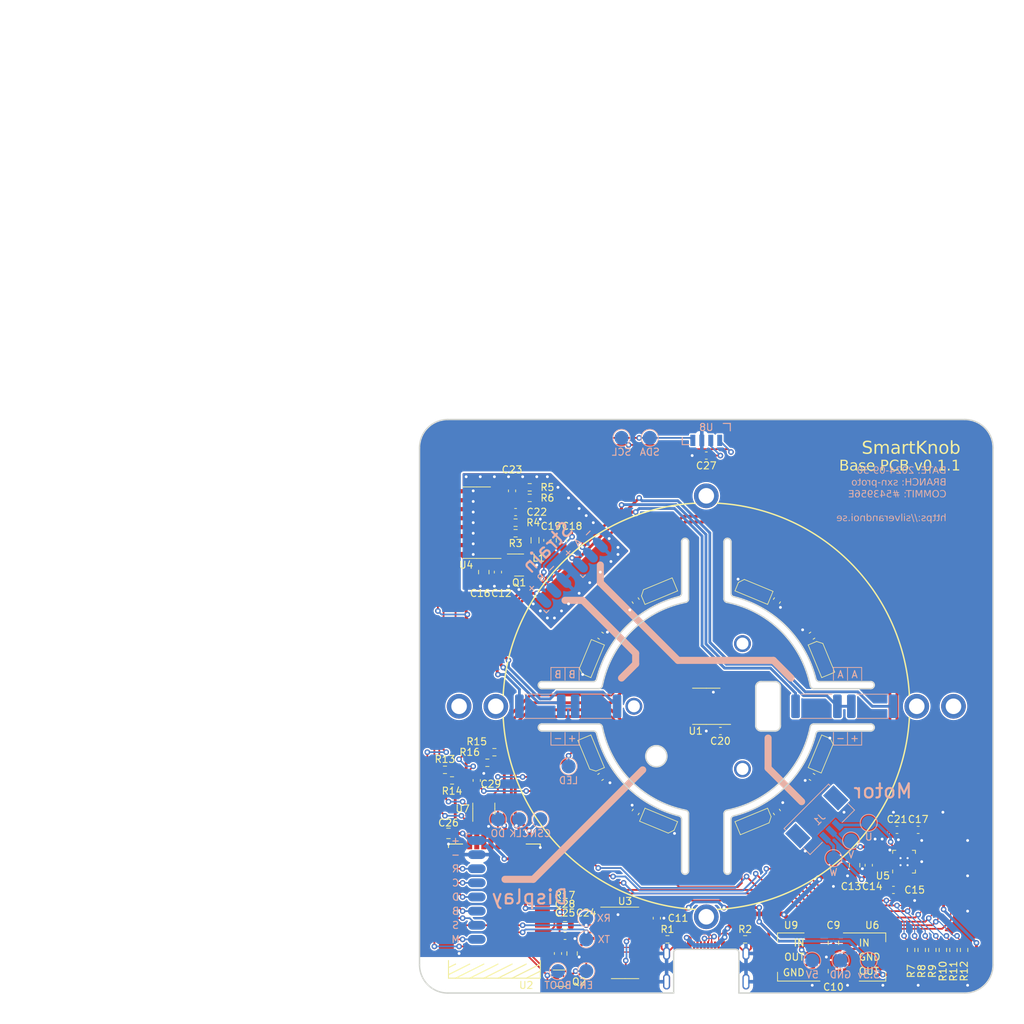
<source format=kicad_pcb>
(kicad_pcb (version 20240108) (generator "pcbnew") (generator_version "8.0")
  (layers (0 "F.Cu" signal) (31 "B.Cu" signal) (34 "B.Paste" user) (35 "F.Paste" user) (36 "B.SilkS" user "B.Silkscreen") (37 "F.SilkS" user "F.Silkscreen") (38 "B.Mask" user) (39 "F.Mask" user) (44 "Edge.Cuts" user))
  (property "COMMIT_DATE_LONG" "YYYY-MM-DD HH:MM:SS TZ")
  (property "COMMIT_DATE_SHORT" "2024-09-30")
  (property "COMMIT_HASH" "#543956E")
  (property "GIT_BRANCH" "sxn-proto")
  (property "RELEASE_VERSION" "v0.1.1")
  (net 0 "")
  (net 1 "GND")
  (net 2 "Net-(U5-VCP)")
  (net 3 "Net-(U5-1V8OUT)")
  (net 4 "Net-(U4-VBG)")
  (net 5 "Net-(U4-INA+)")
  (net 6 "Net-(U4-INA-)")
  (net 7 "Net-(D1-DOUT)")
  (net 8 "Net-(D2-DOUT)")
  (net 9 "/USB_CC1")
  (net 10 "/USB_D-")
  (net 11 "/USB_D+")
  (net 12 "/USB_CC2")
  (net 13 "Net-(D3-DOUT)")
  (net 14 "/STRAIN_E+")
  (net 15 "Net-(D4-DOUT)")
  (net 16 "Net-(D5-DOUT)")
  (net 17 "Net-(D6-DOUT)")
  (net 18 "Net-(D7-DOUT)")
  (net 20 "Net-(J1-Pin_3)")
  (net 21 "Net-(J1-Pin_2)")
  (net 22 "Net-(J1-Pin_1)")
  (net 25 "/STRAIN_S-")
  (net 26 "/STRAIN_S+")
  (net 27 "/RTS")
  (net 28 "/DTR")
  (net 29 "/ESP32_EN")
  (net 30 "/ESP32_BOOT")
  (net 31 "/USB_SERIAL_RXI")
  (net 32 "/USB_SERIAL_TXO")
  (net 33 "/LED_DATA_5V")
  (net 34 "/LCD_CMD")
  (net 35 "/LCD_CS")
  (net 36 "/LCD_BACKLIGHT")
  (net 37 "/LCD_DATA")
  (net 38 "/LCD_SCK")
  (net 39 "/LCD_RST")
  (net 40 "/MAG_DO")
  (net 41 "/MAG_CLK")
  (net 42 "/MAG_CSN")
  (net 43 "/STRAIN_DO")
  (net 44 "/STRAIN_SCK")
  (net 45 "/TMC_UH")
  (net 46 "/TMC_VH")
  (net 47 "/TMC_WH")
  (net 48 "/TMC_UL")
  (net 49 "/TMC_WL")
  (net 50 "/TMC_VL")
  (net 51 "/TMC_DIAG")
  (net 52 "/LED_DATA_3V3")
  (net 53 "/SDA")
  (net 54 "/SCL")
  (net 55 "GNDA")
  (net 56 "Net-(Q1-C)")
  (net 66 "Net-(Q1-B)")
  (net 67 "Net-(U4-VFB)")
  (net 89 "+5V")
  (net 90 "+3V3")
  (footprint "Capacitor_SMD:C_0603_1608Metric" (layer "F.Cu") (at 90 114.967 56.2)
    (property "Reference" "C2" (hide yes))
    (property "Value" "0.1uF")
  )
  (footprint "Holes:MountingHole_M1.6" (layer "F.Cu") (at 105.125427 91.1225)
    (property "Reference" "H3" (hide yes))
    (property "Value" "MotorHole")
  )
  (footprint "Holes:MountingHole_M1.6" (layer "F.Cu") (at 105.125427 108.877499)
    (property "Reference" "H1" (hide yes))
    (property "Value" "MotorHole")
  )
  (footprint "Holes:MountingHole_M1.6" (layer "F.Cu") (at 89.749146 100)
    (property "Reference" "H2" (hide yes))
    (property "Value" "MotorHole")
  )
  (footprint "Holes:MountingHole_2.2mm_M2_ISO7380_Pad_NonVirtual" (layer "F.Cu") (at 100 129.8)
    (property "Reference" "H4" (hide yes))
    (property "Value" "MountHole")
  )
  (footprint "Holes:MountingHole_2.2mm_M2_ISO7380_Pad_NonVirtual" (layer "F.Cu") (at 70.2 100)
    (property "Reference" "H5" (hide yes))
    (property "Value" "MountHole")
  )
  (footprint "Holes:MountingHole_2.2mm_M2_ISO7380_Pad_NonVirtual" (layer "F.Cu") (at 100 70.2)
    (property "Reference" "H6" (hide yes))
    (property "Value" "MountHole")
  )
  (footprint "sk6812:SK6812-SIDE-A" (layer "F.Cu") (at 91.735336 115.248051 -22.5)
    (property "Reference" "D2" (hide yes))
    (property "Value" "SK6812SIDE-A")
  )
  (footprint "Holes:MountingHole_2.2mm_M2_ISO7380_Pad_NonVirtual" (layer "F.Cu") (at 129.8 100)
    (property "Reference" "H7" (hide yes))
    (property "Value" "MountHole")
  )
  (footprint "Capacitor_SMD:C_0603_1608Metric" (layer "F.Cu") (at 85.033 110 33.7)
    (property "Reference" "C1" (hide yes))
    (property "Value" "0.1uF")
  )
  (footprint "sk6812:SK6812-SIDE-A" (layer "F.Cu") (at 83.374 104.938 -67.5)
    (property "Reference" "D1" (hide yes))
    (property "Value" "SK6812SIDE-A")
  )
  (footprint "GCT_USB:USB4510_NoPaste" (layer "F.Cu") (at 100 140.6)
    (property "Reference" "J2")
    (property "Value" "USB_C_Receptacle_USB2.0")
    (fp_line (start -4.62 0) (end -4.62 -5.7) (stroke (width 0.2)) (layer "Edge.Cuts"))
    (fp_line (start -4.12 -6.2) (end 4.12 -6.2) (stroke (width 0.2)) (layer "Edge.Cuts"))
    (fp_line (start 4.62 0) (end 4.62 -5.7) (stroke (width 0.2)) (layer "Edge.Cuts"))
    (fp_arc (start -4.62 -5.7) (mid -4.473553 -6.053553) (end -4.12 -6.2) (stroke (width 0.2)) (layer "Edge.Cuts"))
    (fp_arc (start 4.12 -6.2) (mid 4.473553 -6.053553) (end 4.62 -5.7) (stroke (width 0.2)) (layer "Edge.Cuts"))
  )
  (footprint "Resistor_SMD:R_0603_1608Metric" (layer "F.Cu") (at 94.5 133 180)
    (property "Reference" "R1")
    (property "Value" "5.1k")
  )
  (footprint "Resistor_SMD:R_0603_1608Metric" (layer "F.Cu") (at 105.5 133)
    (property "Reference" "R2")
    (property "Value" "5.1k")
  )
  (footprint "lilygo_micro32:T-Micro32" (layer "F.Cu") (at 76.5 135 180)
    (property "Reference" "U2")
    (property "Value" "T-Micro32_Plus")
  )
  (footprint "Capacitor_SMD:C_0603_1608Metric" (layer "F.Cu") (at 93 130 -90)
    (property "Reference" "C11")
    (property "Value" "0.1uF")
  )
  (footprint "Capacitor_SMD:C_0805_2012Metric" (layer "F.Cu") (at 121 122.5 -90)
    (property "Reference" "C13")
    (property "Value" "22uF")
  )
  (footprint "Capacitor_SMD:C_0603_1608Metric" (layer "F.Cu") (at 123 122.5 -90)
    (property "Reference" "C14")
    (property "Value" "0.1uF")
  )
  (footprint "Capacitor_SMD:C_0603_1608Metric" (layer "F.Cu") (at 126.5 126)
    (property "Reference" "C15")
    (property "Value" "0.1uF")
  )
  (footprint "Capacitor_SMD:C_0805_2012Metric" (layer "F.Cu") (at 68.5 81 -90)
    (property "Reference" "C16")
    (property "Value" "10uF")
  )
  (footprint "Capacitor_SMD:C_0603_1608Metric" (layer "F.Cu") (at 130 117.5)
    (property "Reference" "C17")
    (property "Value" "0.1uF")
  )
  (footprint "Capacitor_SMD:C_0805_2012Metric" (layer "F.Cu") (at 79.5 76.5 90)
    (property "Reference" "C18")
    (property "Value" "10uF")
  )
  (footprint "Capacitor_SMD:C_0603_1608Metric" (layer "F.Cu") (at 73 72.5 180)
    (property "Reference" "C22")
    (property "Value" "0.1uF")
  )
  (footprint "Package_TO_SOT_SMD:SOT-23" (layer "F.Cu") (at 73.5 80)
    (property "Reference" "Q1")
    (property "Value" "MMBT4403")
  )
  (footprint "Resistor_SMD:R_0603_1608Metric" (layer "F.Cu") (at 73 74)
    (property "Reference" "R4")
    (property "Value" "8.2k")
  )
  (footprint "Resistor_SMD:R_0603_1608Metric" (layer "F.Cu") (at 75 70.5)
    (property "Reference" "R5")
    (property "Value" "100")
  )
  (footprint "Modified:SOT-223-3_TabPin2_InGndOut" (layer "F.Cu") (at 123.5 135.5)
    (property "Reference" "U6")
    (property "Value" "AP2114HA-3.3")
  )
  (footprint "Capacitor_SMD:C_0805_2012Metric" (layer "F.Cu") (at 63.5 118 180)
    (property "Reference" "C26")
    (property "Value" "10uF")
  )
  (footprint "Package_TO_SOT_SMD:SOT-363_SC-70-6" (layer "F.Cu") (at 79.5 138.5)
    (property "Reference" "Q2")
    (property "Value" "UMH3N")
  )
  (footprint "view_custom:ViewKeepouts3d" (layer "F.Cu") (at 100 100)
    (property "Reference" "Z5" (hide yes))
    (property "Value" "dummy_keepouts")
  )
  (footprint "Package_SO:SOIC-16_3.9x9.9mm_P1.27mm" (layer "F.Cu") (at 88.5 133.5)
    (property "Reference" "U3")
    (property "Value" "CH340C")
  )
  (footprint "Capacitor_SMD:C_0603_1608Metric" (layer "F.Cu") (at 70.5 81 -90)
    (property "Reference" "C12")
    (property "Value" "0.1uF")
  )
  (footprint "Package_TO_SOT_SMD:SOT-23-5" (layer "F.Cu") (at 68.5 114.5 90)
    (property "Reference" "U7")
    (property "Value" "SN74LV1T34DBV")
  )
  (footprint "Capacitor_SMD:C_0603_1608Metric" (layer "F.Cu") (at 90 85.033 -56.3)
    (property "Reference" "C7" (hide yes))
    (property "Value" "0.1uF")
  )
  (footprint "sk6812:SK6812-SIDE-A" (layer "F.Cu") (at 95.062 83.374 -157.5)
    (property "Reference" "D7" (hide yes))
    (property "Value" "SK6812SIDE-A")
  )
  (footprint "sk6812:SK6812-SIDE-A" (layer "F.Cu") (at 84.751949 91.735336 -112.5)
    (property "Reference" "D8" (hide yes))
    (property "Value" "SK6812SIDE-A")
  )
  (footprint "Capacitor_SMD:C_0603_1608Metric" (layer "F.Cu") (at 85.033 90 -33.8)
    (property "Reference" "C8" (hide yes))
    (property "Value" "0.1uF")
  )
  (footprint "Inductor_SMD:L_0805_2012Metric" (layer "F.Cu") (at 75.75 76.5 -90)
    (property "Reference" "L1")
    (property "Value" "3.3uH")
  )
  (footprint "Modified:QFN-20-1EP_3x3mm_P0.4mm_EP1.65x1.65mm_ThermalVias_LargerViaHoles" (layer "F.Cu") (at 128 122 90)
    (property "Reference" "U5")
    (property "Value" "TMC6300")
  )
  (footprint "Capacitor_SMD:C_0603_1608Metric" (layer "F.Cu") (at 100 64.5 180)
    (property "Reference" "C27")
    (property "Value" "0.1uF")
  )
  (footprint "Capacitor_SMD:C_0603_1608Metric" (layer "F.Cu") (at 127 117.5 180)
    (property "Reference" "C21")
    (property "Value" "0.1uF")
  )
  (footprint "Resistor_SMD:R_0603_1608Metric" (layer "F.Cu") (at 70 106.5 180)
    (property "Reference" "R16")
    (property "Value" "2.2k")
  )
  (footprint "Package_SO:SOIC-8_3.9x4.9mm_P1.27mm" (layer "F.Cu") (at 100 100 180)
    (property "Reference" "U1")
    (property "Value" "MT6701-CT")
  )
  (footprint "Capacitor_SMD:C_0603_1608Metric" (layer "F.Cu") (at 102 103.5 180)
    (property "Reference" "C20")
    (property "Value" "0.1uF")
  )
  (footprint "Capacitor_SMD:C_0603_1608Metric" (layer "F.Cu") (at 67.5 110.5 90)
    (property "Reference" "C29")
    (property "Value" "0.1uF")
  )
  (footprint "Resistor_SMD:R_0603_1608Metric" (layer "F.Cu") (at 69 108)
    (property "Reference" "R15")
    (property "Value" "2.2k")
  )
  (footprint "Resistor_SMD:R_0603_1608Metric" (layer "F.Cu") (at 64 110.5 180)
    (property "Reference" "R14")
    (property "Value" "2.2k")
  )
  (footprint "Resistor_SMD:R_0603_1608Metric" (layer "F.Cu") (at 63 109 180)
    (property "Reference" "R13")
    (property "Value" "2.2k")
  )
  (footprint "Package_SO:SOIC-16_3.9x9.9mm_P1.27mm" (layer "F.Cu") (at 67.5 74 180)
    (property "Reference" "U4")
    (property "Value" "HX711")
  )
  (footprint "Resistor_SMD:R_0603_1608Metric" (layer "F.Cu") (at 75 69 180)
    (property "Reference" "R6")
    (property "Value" "100")
  )
  (footprint "Capacitor_SMD:C_0603_1608Metric" (layer "F.Cu") (at 77.5 76.5 90)
    (property "Reference" "C19")
    (property "Value" "0.1uF")
  )
  (footprint "Resistor_SMD:R_0603_1608Metric" (layer "F.Cu") (at 73 75.5 180)
    (property "Reference" "R3")
    (property "Value" "10k")
  )
  (footprint "Capacitor_SMD:C_0603_1608Metric" (layer "F.Cu") (at 72.5 69.5 -90)
    (property "Reference" "C23")
    (property "Value" "0.1uF")
  )
  (footprint "Resistor_SMD:R_0603_1608Metric" (layer "F.Cu") (at 129 134.5 -90)
    (property "Reference" "R7")
    (property "Value" "10k")
  )
  (footprint "Resistor_SMD:R_0603_1608Metric" (layer "F.Cu") (at 130.5 134.5 -90)
    (property "Reference" "R8")
    (property "Value" "10k")
  )
  (footprint "Resistor_SMD:R_0603_1608Metric" (layer "F.Cu") (at 136.5 134.5 -90)
    (property "Reference" "R12")
    (property "Value" "10k")
  )
  (footprint "Resistor_SMD:R_0603_1608Metric" (layer "F.Cu") (at 132 134.5 -90)
    (property "Reference" "R9")
    (property "Value" "10k")
  )
  (footprint "Resistor_SMD:R_0603_1608Metric" (layer "F.Cu") (at 133.5 134.5 -90)
    (property "Reference" "R10")
    (property "Value" "10k")
  )
  (footprint "Resistor_SMD:R_0603_1608Metric" (layer "F.Cu") (at 135 134.5 -90)
    (property "Reference" "R11")
    (property "Value" "10k")
  )
  (footprint "Resistor_SMD:R_0603_1608Metric" (layer "F.Cu") (at 80 131 180)
    (property "Reference" "R17")
    (property "Value" "10k")
  )
  (footprint "Capacitor_SMD:C_0603_1608Metric" (layer "F.Cu") (at 80 132.5)
    (property "Reference" "C28")
    (property "Value" "1uF")
  )
  (footprint "Capacitor_SMD:C_0603_1608Metric" (layer "F.Cu") (at 79 135 -90)
    (property "Reference" "C25")
    (property "Value" "0.1uF")
  )
  (footprint "Capacitor_SMD:C_0805_2012Metric" (layer "F.Cu") (at 118 137.5 90)
    (property "Reference" "C10")
    (property "Value" "10uF")
  )
  (footprint "Capacitor_SMD:C_0805_2012Metric" (layer "F.Cu") (at 118 133.5 -90)
    (property "Reference" "C9")
    (property "Value" "10uF")
  )
  (footprint "BOM_Only:bom_only_no_pin" (layer "F.Cu") (at 120.4 71.8)
    (property "Reference" "Z6")
    (property "Value" "RotorScrew (BOM-only)" (hide yes))
  )
  (footprint "BOM_Only:bom_only_no_pin" (layer "F.Cu") (at 121.9 71.8)
    (property "Reference" "Z7")
    (property "Value" "RotorScrew (BOM-only)" (hide yes))
  )
  (footprint "BOM_Only:bom_only_no_pin" (layer "F.Cu") (at 120.4 71.8)
    (property "Reference" "Z9")
    (property "Value" "WatchGlass39.5mm")
  )
  (footprint "BOM_Only:bom_only_no_pin" (layer "F.Cu") (at 121.9 71.8)
    (property "Reference" "Z10")
    (property "Value" "BLDCMotor" (hide yes))
  )
  (footprint "Holes:MountingHole_2.2mm_M2_ISO7380_Pad_NonVirtual" (layer "F.Cu") (at 135 100)
    (property "Reference" "H8" (hide yes))
    (property "Value" "AlignmentHole")
  )
  (footprint "Holes:MountingHole_2.2mm_M2_ISO7380_Pad_NonVirtual" (layer "F.Cu") (at 65 100)
    (property "Reference" "H9" (hide yes))
    (property "Value" "AlignmentHole")
  )
  (footprint "Capacitor_SMD:C_0805_2012Metric" (layer "F.Cu") (at 81 135 -90)
    (property "Reference" "C24")
    (property "Value" "10uF")
  )
  (footprint "Capacitor_SMD:C_0603_1608Metric" (layer "F.Cu") (at 114.967 90 -146.3)
    (property "Reference" "C5" (hide yes))
    (property "Value" "0.1uF")
  )
  (footprint "sk6812:SK6812-SIDE-A" (layer "F.Cu") (at 116.626 95.062 112.5)
    (property "Reference" "D5" (hide yes))
    (property "Value" "SK6812SIDE-A")
  )
  (footprint "Capacitor_SMD:C_0603_1608Metric" (layer "F.Cu") (at 110 114.967 123.7)
    (property "Reference" "C3" (hide yes))
    (property "Value" "0.1uF")
  )
  (footprint "Modified:SOT-223-3_TabPin2_GndOutIn" (layer "F.Cu") (at 112 135.5 180)
    (property "Reference" "U9")
    (property "Value" "TS1117BCW33_RPG")
  )
  (footprint "Capacitor_SMD:C_0603_1608Metric" (layer "F.Cu") (at 110 85.033 -123.8)
    (property "Reference" "C6" (hide yes))
    (property "Value" "0.1uF")
  )
  (footprint "sk6812:SK6812-SIDE-A" (layer "F.Cu") (at 108.264664 84.751949 157.5)
    (property "Reference" "D6" (hide yes))
    (property "Value" "SK6812SIDE-A")
  )
  (footprint "sk6812:SK6812-SIDE-A" (layer "F.Cu") (at 115.248051 108.264664 67.5)
    (property "Reference" "D4" (hide yes))
    (property "Value" "SK6812SIDE-A")
  )
  (footprint "Capacitor_SMD:C_0603_1608Metric" (layer "F.Cu") (at 114.967 110 146.2)
    (property "Reference" "C4" (hide yes))
    (property "Value" "0.1uF")
  )
  (footprint "BOM_Only:bom_only_no_pin" (layer "F.Cu") (at 9.101192 1.34825)
    (property "Reference" "Z8")
    (property "Value" "RotorScrew (BOM-only)")
  )
  (footprint "sk6812:SK6812-SIDE-A" (layer "F.Cu") (at 104.938 116.626 22.5)
    (property "Reference" "D3" (hide yes))
    (property "Value" "SK6812SIDE-A")
  )
  (footprint "SolderPads:SolderPads_2mm_8" (layer "B.Cu") (at 67.5 119 -90)
    (property "Reference" "J3" (hide yes))
    (property "Value" "LCD")
  )
  (footprint "SolderPads:SolderPads_2mm_3_STRAIN" (layer "B.Cu") (at 82.171573 80 45)
    (property "Reference" "J4" (hide yes))
    (property "Value" "A")
  )
  (footprint "VEML7700:VEML7700-TOP" (layer "B.Cu") (at 100 61 180)
    (property "Reference" "U8")
    (property "Value" "VEML7700")
  )
  (footprint "SolderPads:SolderPads_2mm_3_STRAIN" (layer "B.Cu") (at 77 85 45)
    (property "Reference" "J5" (hide yes))
    (property "Value" "B")
  )
  (footprint "Molex:532610371" (layer "B.Cu") (at 116.816 118.584 45)
    (property "Reference" "J1")
    (property "Value" "BLDC")
  )
  (footprint "Modified:TestPoint_Pad_D2.0mm_ValueSilk" (layer "B.Cu") (at 115 136)
    (property "Reference" "TP1" (hide yes))
    (property "Value" "5V" (hide yes))
  )
  (footprint "Modified:TestPoint_Pad_D2.0mm_ValueSilk" (layer "B.Cu") (at 123 136)
    (property "Reference" "TP2" (hide yes))
    (property "Value" "3.3v" (hide yes))
  )
  (footprint "Modified:TestPoint_Pad_D2.0mm_ValueSilk" (layer "B.Cu") (at 119 136)
    (property "Reference" "TP3" (hide yes))
    (property "Value" "GND" (hide yes))
  )
  (footprint "Modified:TestPoint_Pad_D2.0mm_ValueSilk" (layer "B.Cu") (at 92 62)
    (property "Reference" "TP4" (hide yes))
    (property "Value" "SDA" (hide yes))
  )
  (footprint "Modified:TestPoint_Pad_D2.0mm_ValueSilk" (layer "B.Cu") (at 88 62)
    (property "Reference" "TP5" (hide yes))
    (property "Value" "SCL" (hide yes))
  )
  (footprint "Modified:TestPoint_Pad_D2.0mm_ValueSilk" (layer "B.Cu") (at 123 116.5)
    (property "Reference" "TP6" (hide yes))
    (property "Value" "U" (hide yes))
  )
  (footprint "Modified:TestPoint_Pad_D2.0mm_ValueSilk" (layer "B.Cu") (at 120.5 119)
    (property "Reference" "TP7" (hide yes))
    (property "Value" "V" (hide yes))
  )
  (footprint "Modified:TestPoint_Pad_D2.0mm_ValueSilk" (layer "B.Cu") (at 118 121.5)
    (property "Reference" "TP8" (hide yes))
    (property "Value" "W" (hide yes))
  )
  (footprint "Modified:TestPoint_Pad_D2.0mm_ValueSilk" (layer "B.Cu") (at 76.5 116)
    (property "Reference" "TP9" (hide yes))
    (property "Value" "CSN" (hide yes))
  )
  (footprint "Modified:TestPoint_Pad_D2.0mm_ValueSilk" (layer "B.Cu") (at 70.5 116)
    (property "Reference" "TP11" (hide yes))
    (property "Value" "DO" (hide yes))
  )
  (footprint "Modified:TestPoint_Pad_D2.0mm_ValueSilk" (layer "B.Cu") (at 80.5 108.5)
    (property "Reference" "TP12" (hide yes))
    (property "Value" "LED" (hide yes))
  )
  (footprint "Modified:TestPoint_Pad_D2.0mm_ValueSilk" (layer "B.Cu") (at 73.5 116)
    (property "Reference" "TP10" (hide yes))
    (property "Value" "CLK" (hide yes))
  )
  (footprint "Modified:TestPoint_Pad_D2.0mm_ValueSilk" (layer "B.Cu") (at 83 137.5)
    (property "Reference" "TP13" (hide yes))
    (property "Value" "EN" (hide yes))
  )
  (footprint "Modified:TestPoint_Pad_D2.0mm_ValueSilk" (layer "B.Cu") (at 79 137.5)
    (property "Reference" "TP14" (hide yes))
    (property "Value" "BOOT" (hide yes))
  )
  (footprint "Modified:TestPoint_Pad_D2.0mm_ValueSilk" (layer "B.Cu") (at 83 133 180)
    (property "Reference" "TP15" (hide yes))
    (property "Value" "TX" (hide yes))
  )
  (footprint "Modified:TestPoint_Pad_D2.0mm_ValueSilk" (layer "B.Cu") (at 83 130 180)
    (property "Reference" "TP16" (hide yes))
    (property "Value" "RX" (hide yes))
  )
  (footprint "Resistor_SMD:R_2512_6332Metric" (layer "B.Cu") (at 123.5 100 180)
    (property "Reference" "R18" (hide yes))
    (property "Value" "330")
  )
  (footprint "NetTie:NetTie-2_SMD_Pad0.5mm" (layer "B.Cu") (at 66 83.6 -90)
    (property "Reference" "NT1" (hide yes))
    (property "Value" "NetTie_2")
  )
  (footprint "Resistor_SMD:R_2512_6332Metric" (layer "B.Cu") (at 76.5 100)
    (property "Reference" "R21" (hide yes))
    (property "Value" "330")
  )
  (footprint "Resistor_SMD:R_2512_6332Metric" (layer "B.Cu") (at 115.6 100 180)
    (property "Reference" "R19" (hide yes))
    (property "Value" "330")
  )
  (footprint "Resistor_SMD:R_2512_6332Metric" (layer "B.Cu") (at 84.4 100)
    (property "Reference" "R20" (hide yes))
    (property "Value" "330")
  )
  (gr_line (start 78 96.3) (end 78 94.5) (stroke (width 0.12)) (layer "B.SilkS"))
  (gr_line (start 78 103.7) (end 78 105.5) (stroke (width 0.12)) (layer "B.SilkS"))
  (gr_line (start 80 96.3) (end 80 94.5) (stroke (width 0.12)) (layer "B.SilkS"))
  (gr_line (start 82 105.5) (end 82 103.7) (stroke (width 0.12)) (layer "B.SilkS"))
  (gr_line (start 78 105.5) (end 82 105.5) (stroke (width 0.12)) (layer "B.SilkS"))
  (gr_line (start 78 94.5) (end 82 94.5) (stroke (width 0.12)) (layer "B.SilkS"))
  (gr_line (start 82 94.5) (end 82 96.3) (stroke (width 0.12)) (layer "B.SilkS"))
  (gr_line (start 80 105.5) (end 80 103.7) (stroke (width 0.12)) (layer "B.SilkS"))
  (gr_line (start 90 94) (end 90 92.5) (stroke (width 1)) (layer "B.SilkS"))
  (gr_line (start 96 93.5) (end 85 82.5) (stroke (width 1)) (layer "B.SilkS"))
  (gr_line (start 75.5 124.5) (end 71.5 124.5) (stroke (width 1)) (layer "B.SilkS"))
  (gr_line (start 118 96.3) (end 118 94.5) (stroke (width 0.12)) (layer "B.SilkS"))
  (gr_line (start 118 94.5) (end 122 94.5) (stroke (width 0.12)) (layer "B.SilkS"))
  (gr_line (start 88 96) (end 90 94) (stroke (width 1)) (layer "B.SilkS"))
  (gr_line (start 122 94.5) (end 122 96.3) (stroke (width 0.12)) (layer "B.SilkS"))
  (gr_line (start 109.5 93.5) (end 96 93.5) (stroke (width 1)) (layer "B.SilkS"))
  (gr_line (start 90 92.5) (end 82.5 85) (stroke (width 1)) (layer "B.SilkS"))
  (gr_line (start 112 96) (end 109.5 93.5) (stroke (width 1)) (layer "B.SilkS"))
  (gr_line (start 108.75 104.5) (end 108.75 108.75) (stroke (width 1)) (layer "B.SilkS"))
  (gr_line (start 120 96.3) (end 120 94.5) (stroke (width 0.12)) (layer "B.SilkS"))
  (gr_line (start 108.75 108.75) (end 113.5 113.5) (stroke (width 1)) (layer "B.SilkS"))
  (gr_line (start 118 103.7) (end 118 105.5) (stroke (width 0.12)) (layer "B.SilkS"))
  (gr_line (start 122 105.5) (end 122 103.7) (stroke (width 0.12)) (layer "B.SilkS"))
  (gr_line (start 85 82.5) (end 85 80) (stroke (width 1)) (layer "B.SilkS"))
  (gr_line (start 120 105.5) (end 120 103.7) (stroke (width 0.12)) (layer "B.SilkS"))
  (gr_line (start 91 109) (end 75.5 124.5) (stroke (width 1)) (layer "B.SilkS"))
  (gr_line (start 82.5 85) (end 80 85) (stroke (width 1)) (layer "B.SilkS"))
  (gr_line (start 118 105.5) (end 122 105.5) (stroke (width 0.12)) (layer "B.SilkS"))
  (gr_arc (start 98.452153 128.758375) (mid 79.64214 120.371488) (end 71.242667 101.567092) (stroke (width 0.2)) (layer "F.SilkS"))
  (gr_arc (start 128.758375 101.547847) (mid 120.371488 120.35786) (end 101.567092 128.757333) (stroke (width 0.2)) (layer "F.SilkS"))
  (gr_arc (start 101.547847 71.241625) (mid 120.35786 79.628512) (end 128.757333 98.432908) (stroke (width 0.2)) (layer "F.SilkS"))
  (gr_arc (start 71.241625 98.452153) (mid 79.628512 79.64214) (end 98.432908 71.242667) (stroke (width 0.2)) (layer "F.SilkS"))
  (gr_line (start 84.793094 102.499999) (end 76.709801 102.499999) (stroke (width 0.2)) (layer "Edge.Cuts"))
  (gr_line (start 96.5 116.00781) (end 96.5 123.290199) (stroke (width 0.2)) (layer "Edge.Cuts"))
  (gr_line (start 97.5 123.290199) (end 97.500001 115.206906) (stroke (width 0.2)) (layer "Edge.Cuts"))
  (gr_arc (start 103.499999 116.00781) (mid 103.605914 115.700081) (end 103.878787 115.522725) (stroke (width 0.2)) (layer "Edge.Cuts"))
  (gr_arc (start 97.5 123.290199) (mid 97 123.790199) (end 96.5 123.290199) (stroke (width 0.2)) (layer "Edge.Cuts"))
  (gr_arc (start 114.71636 102.903226) (mid 110.606601 110.606601) (end 102.903225 114.71636) (stroke (width 0.2)) (layer "Edge.Cuts"))
  (gr_arc (start 114.716361 102.903226) (mid 114.889406 102.613745) (end 115.206906 102.5) (stroke (width 0.2)) (layer "Edge.Cuts"))
  (gr_arc (start 115.522725 103.878788) (mid 111.313708 111.313709) (end 103.878787 115.522725) (stroke (width 0.2)) (layer "Edge.Cuts"))
  (gr_arc (start 110.499999 102.75) (mid 110.280329 103.28033) (end 109.749999 103.5) (stroke (width 0.2)) (layer "Edge.Cuts"))
  (gr_arc (start 115.522726 103.878787) (mid 115.700082 103.605915) (end 116.00781 103.5) (stroke (width 0.2)) (layer "Edge.Cuts"))
  (gr_line (start 110.499999 102.75) (end 110.499999 97.250001) (stroke (width 0.2)) (layer "Edge.Cuts"))
  (gr_arc (start 123.290199 96.500001) (mid 123.790199 97.000001) (end 123.290199 97.500001) (stroke (width 0.2)) (layer "Edge.Cuts"))
  (gr_arc (start 103.499999 123.290199) (mid 102.999999 123.790199) (end 102.499999 123.290199) (stroke (width 0.2)) (layer "Edge.Cuts"))
  (gr_line (start 103.499999 123.290199) (end 103.499999 116.00781) (stroke (width 0.2)) (layer "Edge.Cuts"))
  (gr_arc (start 109.749999 96.500001) (mid 110.280329 96.719671) (end 110.499999 97.250001) (stroke (width 0.2)) (layer "Edge.Cuts"))
  (gr_line (start 109.749999 96.500001) (end 107.749999 96.500001) (stroke (width 0.2)) (layer "Edge.Cuts"))
  (gr_arc (start 106.999999 97.250001) (mid 107.219669 96.719671) (end 107.749999 96.500001) (stroke (width 0.2)) (layer "Edge.Cuts"))
  (gr_line (start 106.999999 97.250001) (end 106.999999 102.75) (stroke (width 0.2)) (layer "Edge.Cuts"))
  (gr_circle (center 92.928933 107.071067) (end 94.428933 107.071067) (stroke (width 0.2)) (fill none) (layer "Edge.Cuts"))
  (gr_line (start 116.00781 103.5) (end 123.290199 103.5) (stroke (width 0.2)) (layer "Edge.Cuts"))
  (gr_arc (start 107.749999 103.5) (mid 107.219669 103.28033) (end 106.999999 102.75) (stroke (width 0.2)) (layer "Edge.Cuts"))
  (gr_arc (start 102.903226 85.28364) (mid 110.606601 89.393399) (end 114.71636 97.096775) (stroke (width 0.2)) (layer "Edge.Cuts"))
  (gr_line (start 115.206906 97.500001) (end 123.290199 97.500001) (stroke (width 0.2)) (layer "Edge.Cuts"))
  (gr_arc (start 96.121212 115.522725) (mid 88.686291 111.313708) (end 84.477275 103.878787) (stroke (width 0.2)) (layer "Edge.Cuts"))
  (gr_arc (start 115.206906 97.500002) (mid 114.889405 97.386257) (end 114.71636 97.096775) (stroke (width 0.2)) (layer "Edge.Cuts"))
  (gr_arc (start 102.499998 115.206906) (mid 102.613743 114.889405) (end 102.903225 114.71636) (stroke (width 0.2)) (layer "Edge.Cuts"))
  (gr_arc (start 140.6 136.599999) (mid 139.428427 139.428426) (end 136.6 140.599999) (stroke (width 0.2)) (layer "Edge.Cuts"))
  (gr_line (start 123.290199 102.5) (end 115.206906 102.5) (stroke (width 0.2)) (layer "Edge.Cuts"))
  (gr_arc (start 76.709801 103.499999) (mid 76.209801 102.999999) (end 76.709801 102.499999) (stroke (width 0.2)) (layer "Edge.Cuts"))
  (gr_arc (start 97.096774 114.71636) (mid 89.393399 110.606601) (end 85.28364 102.903225) (stroke (width 0.2)) (layer "Edge.Cuts"))
  (gr_arc (start 83.99219 103.499999) (mid 84.299919 103.605914) (end 84.477275 103.878787) (stroke (width 0.2)) (layer "Edge.Cuts"))
  (gr_arc (start 97.096774 114.71636) (mid 97.386256 114.889405) (end 97.500001 115.206906) (stroke (width 0.2)) (layer "Edge.Cuts"))
  (gr_line (start 76.709801 103.499999) (end 83.99219 103.499999) (stroke (width 0.2)) (layer "Edge.Cuts"))
  (gr_line (start 102.499999 115.206906) (end 102.499999 123.290199) (stroke (width 0.2)) (layer "Edge.Cuts"))
  (gr_arc (start 84.793094 102.499998) (mid 85.110595 102.613743) (end 85.28364 102.903225) (stroke (width 0.2)) (layer "Edge.Cuts"))
  (gr_line (start 107.749999 103.5) (end 109.749999 103.5) (stroke (width 0.2)) (layer "Edge.Cuts"))
  (gr_arc (start 102.903226 85.283639) (mid 102.613745 85.110594) (end 102.5 84.793094) (stroke (width 0.2)) (layer "Edge.Cuts"))
  (gr_line (start 123.290199 96.500001) (end 116.00781 96.500001) (stroke (width 0.2)) (layer "Edge.Cuts"))
  (gr_arc (start 123.290199 102.5) (mid 123.790199 103) (end 123.290199 103.5) (stroke (width 0.2)) (layer "Edge.Cuts"))
  (gr_arc (start 96.121213 115.522726) (mid 96.394085 115.700082) (end 96.5 116.00781) (stroke (width 0.2)) (layer "Edge.Cuts"))
  (gr_arc (start 59.400001 63.4) (mid 60.571574 60.571573) (end 63.400001 59.4) (stroke (width 0.2)) (layer "Edge.Cuts"))
  (gr_arc (start 136.6 59.4) (mid 139.428427 60.571573) (end 140.6 63.4) (stroke (width 0.2)) (layer "Edge.Cuts"))
  (gr_line (start 59.400001 136.599999) (end 59.400001 63.4) (stroke (width 0.2)) (layer "Edge.Cuts"))
  (gr_line (start 136.6 140.599999) (end 104.619999 140.6) (stroke (width 0.2)) (layer "Edge.Cuts"))
  (gr_line (start 95.38 140.6) (end 63.400001 140.599999) (stroke (width 0.2)) (layer "Edge.Cuts"))
  (gr_arc (start 63.400001 140.599999) (mid 60.571574 139.428426) (end 59.400001 136.599999) (stroke (width 0.2)) (layer "Edge.Cuts"))
  (gr_line (start 140.6 63.4) (end 140.6 136.599999) (stroke (width 0.2)) (layer "Edge.Cuts"))
  (gr_line (start 63.400001 59.4) (end 136.6 59.4) (stroke (width 0.2)) (layer "Edge.Cuts"))
  (gr_arc (start 97.500002 84.793094) (mid 97.386257 85.110595) (end 97.096775 85.28364) (stroke (width 0.2)) (layer "Edge.Cuts"))
  (gr_arc (start 103.878788 84.477275) (mid 111.313709 88.686292) (end 115.522725 96.121213) (stroke (width 0.2)) (layer "Edge.Cuts"))
  (gr_arc (start 103.878787 84.477274) (mid 103.605915 84.299918) (end 103.5 83.99219) (stroke (width 0.2)) (layer "Edge.Cuts"))
  (gr_arc (start 102.5 76.709801) (mid 103 76.209801) (end 103.5 76.709801) (stroke (width 0.2)) (layer "Edge.Cuts"))
  (gr_line (start 83.99219 96.5) (end 76.709801 96.5) (stroke (width 0.2)) (layer "Edge.Cuts"))
  (gr_line (start 102.5 76.709801) (end 102.5 84.793094) (stroke (width 0.2)) (layer "Edge.Cuts"))
  (gr_arc (start 116.00781 96.500001) (mid 115.700081 96.394086) (end 115.522725 96.121213) (stroke (width 0.2)) (layer "Edge.Cuts"))
  (gr_arc (start 85.28364 97.096774) (mid 89.393399 89.393399) (end 97.096775 85.28364) (stroke (width 0.2)) (layer "Edge.Cuts"))
  (gr_line (start 96.500001 76.709801) (end 96.500001 83.99219) (stroke (width 0.2)) (layer "Edge.Cuts"))
  (gr_line (start 103.5 83.99219) (end 103.5 76.709801) (stroke (width 0.2)) (layer "Edge.Cuts"))
  (gr_line (start 76.709801 97.5) (end 84.793094 97.5) (stroke (width 0.2)) (layer "Edge.Cuts"))
  (gr_arc (start 96.500001 83.99219) (mid 96.394086 84.299919) (end 96.121213 84.477275) (stroke (width 0.2)) (layer "Edge.Cuts"))
  (gr_arc (start 84.477275 96.121212) (mid 88.686292 88.686291) (end 96.121213 84.477275) (stroke (width 0.2)) (layer "Edge.Cuts"))
  (gr_arc (start 76.709801 97.5) (mid 76.209801 97) (end 76.709801 96.5) (stroke (width 0.2)) (layer "Edge.Cuts"))
  (gr_arc (start 85.283638 97.096775) (mid 85.110593 97.386256) (end 84.793094 97.5) (stroke (width 0.2)) (layer "Edge.Cuts"))
  (gr_line (start 97.500001 84.793094) (end 97.500001 76.709801) (stroke (width 0.2)) (layer "Edge.Cuts"))
  (gr_arc (start 96.500001 76.709801) (mid 97.000001 76.209801) (end 97.500001 76.709801) (stroke (width 0.2)) (layer "Edge.Cuts"))
  (gr_arc (start 84.477274 96.121213) (mid 84.299918 96.394085) (end 83.99219 96.5) (stroke (width 0.2)) (layer "Edge.Cuts"))
  (gr_text "B" (at 79 95.5 0) (layer "B.SilkS") (effects (font (size 1 1)) (justify mirror)))
  (gr_text "B" (at 81 95.5 0) (layer "B.SilkS") (effects (font (size 1 1)) (justify mirror)))
  (gr_text "-" (at 79 104.5 0) (layer "B.SilkS") (effects (font (size 1 1)) (justify mirror)))
  (gr_text "+" (at 81 104.5 0) (layer "B.SilkS") (effects (font (size 1 1)) (justify mirror)))
  (gr_text "Motor" (at 125 112 0) (layer "B.SilkS") (effects (font (size 2 2) (thickness 0.3)) (justify mirror)))
  (gr_text "Display" (at 75 127 0) (layer "B.SilkS") (effects (font (size 2 2) (thickness 0.3)) (justify mirror)))
  (gr_text "S" (at 64.5 131 0) (layer "B.SilkS") (effects (font (size 1 1)) (justify mirror)))
  (gr_text "C" (at 64.5 125 0) (layer "B.SilkS") (effects (font (size 1 1)) (justify mirror)))
  (gr_text "M" (at 64.5 133 0) (layer "B.SilkS") (effects (font (size 1 1)) (justify mirror)))
  (gr_text "DATE: ${COMMIT_DATE_SHORT}\nBRANCH: ${GIT_BRANCH}\nCOMMIT: ${COMMIT_HASH}\n\nhttps://silverandnoi.se\n" (at 134 70 0) (layer "B.SilkS") (effects (font (size 1 1)) (justify left mirror)))
  (gr_text "+" (at 121 104.5 0) (layer "B.SilkS") (effects (font (size 1 1)) (justify mirror)))
  (gr_text "A" (at 121 95.5 0) (layer "B.SilkS") (effects (font (size 1 1)) (justify mirror)))
  (gr_text "+" (at 64.5 119 0) (layer "B.SilkS") (effects (font (size 1 1)) (justify mirror)))
  (gr_text "R" (at 64.5 123 0) (layer "B.SilkS") (effects (font (size 1 1)) (justify mirror)))
  (gr_text "B" (at 64.5 129 0) (layer "B.SilkS") (effects (font (size 1 1)) (justify mirror)))
  (gr_text "A" (at 119 95.5 0) (layer "B.SilkS") (effects (font (size 1 1)) (justify mirror)))
  (gr_text "-" (at 119 104.5 0) (layer "B.SilkS") (effects (font (size 1 1)) (justify mirror)))
  (gr_text "D" (at 64.5 127 0) (layer "B.SilkS") (effects (font (size 1 1)) (justify mirror)))
  (gr_text "-" (at 64.5 121 0) (layer "B.SilkS") (effects (font (size 1 1)) (justify mirror)))
  (gr_text "Strain" (at 77.5 77.5 45) (layer "B.SilkS") (effects (font (size 2 2) (thickness 0.3)) (justify mirror)))
  (gr_text "Base PCB ${RELEASE_VERSION}" (at 136 66 0) (layer "F.SilkS") (effects (font (size 1.5 1.5) (thickness 0.12)) (justify right)))
  (gr_text "SmartKnob" (at 136 63.5 0) (layer "F.SilkS") (effects (font (size 1.8 1.8) (thickness 0.3)) (justify right)))
  (segment (start 104.938698 82.438698) (end 104.5 82) (width 0.25) (layer "F.Cu") (net 1))
  (segment (start 114.322987 109.568871) (end 114.322987 110.177013) (width 0.25) (layer "F.Cu") (net 1))
  (segment (start 104.938698 83.374289) (end 104.938698 82.438698) (width 0.25) (layer "F.Cu") (net 1))
  (segment (start 114.322987 110.177013) (end 114 110.5) (width 0.25) (layer "F.Cu") (net 1))
  (segment (start 108.263966 115.24834) (end 108.643892 115.24834) (width 0.25) (layer "F.Cu") (net 1))
  (segment (start 108.643892 115.24834) (end 109.569996 114.322236) (width 0.25) (layer "F.Cu") (net 1))
  (segment (start 110.145089 114.322236) (end 110.828626 113.638699) (width 0.25) (layer "F.Cu") (net 1))
  (segment (start 109.569996 114.322236) (end 110.145089 114.322236) (width 0.25) (layer "F.Cu") (net 1))
  (segment (start 101.095 98.095) (end 101 98) (width 0.25) (layer "F.Cu") (net 1))
  (segment (start 101.225 103.5) (end 100 103.5) (width 0.25) (layer "F.Cu") (net 1))
  (segment (start 102.475 98.095) (end 101.095 98.095) (width 0.25) (layer "F.Cu") (net 1))
  (segment (start 62.55 118) (end 62.55 118.55) (width 0.65) (layer "F.Cu") (net 1))
  (segment (start 95.061302 116.625711) (end 95.061302 117.561302) (width 0.25) (layer "F.Cu") (net 1))
  (segment (start 93 130.775) (end 93.225 130.775) (width 0.25) (layer "F.Cu") (net 1))
  (segment (start 89.854911 85.677764) (end 89.171374 86.361301) (width 0.25) (layer "F.Cu") (net 1))
  (segment (start 81 135.95) (end 81.55 135.95) (width 0.25) (layer "F.Cu") (net 1))
  (segment (start 69.45 116.72501) (end 69.17501 117) (width 0.25) (layer "F.Cu") (net 1))
  (segment (start 93.675 133) (end 93.675 134.295) (width 0.25) (layer "F.Cu") (net 1))
  (segment (start 89.822987 114.322987) (end 89.5 114) (width 0.25) (layer "F.Cu") (net 1))
  (segment (start 126.225 117.5) (end 126.2 117.5) (width 0.25) (layer "F.Cu") (net 1))
  (segment (start 116.625711 104.938698) (end 117.061302 104.938698) (width 0.25) (layer "F.Cu") (net 1))
  (segment (start 104.47 133.85) (end 105.62 135) (width 0.25) (layer "F.Cu") (net 1))
  (segment (start 117.061302 104.938698) (end 117.5 104.5) (width 0.25) (layer "F.Cu") (net 1))
  (segment (start 114.322236 89.854911) (end 113.638699 89.171374) (width 0.25) (layer "F.Cu") (net 1))
  (segment (start 85.677764 110.145089) (end 86.361301 110.828626) (width 0.25) (layer "F.Cu") (net 1))
  (segment (start 95.061302 117.561302) (end 95.5 118) (width 0.25) (layer "F.Cu") (net 1))
  (segment (start 106.325 133) (end 106.325 134.295) (width 0.25) (layer "F.Cu") (net 1))
  (segment (start 91.736034 84.75166) (end 91.356108 84.75166) (width 0.25) (layer "F.Cu") (net 1))
  (segment (start 85.677013 90.431129) (end 85.677013 89.822987) (width 0.25) (layer "F.Cu") (net 1))
  (segment (start 80.825 135.775) (end 81 135.95) (width 0.25) (layer "F.Cu") (net 1))
  (segment (start 120 124) (end 120.45 124) (width 0.65) (layer "F.Cu") (net 1))
  (segment (start 115.24834 91.356108) (end 114.322236 90.430004) (width 0.25) (layer "F.Cu") (net 1))
  (segment (start 126.2 117.5) (end 124.9 118.8) (width 0.25) (layer "F.Cu") (net 1))
  (segment (start 90.430004 85.677764) (end 89.854911 85.677764) (width 0.25) (layer "F.Cu") (net 1))
  (segment (start 76.5 135) (end 78.225 135) (width 0.25) (layer "F.Cu") (net 1))
  (segment (start 126.55 122.8) (end 124.025 122.8) (width 0.25) (layer "F.Cu") (net 1))
  (segment (start 96.8 133.85) (end 95.53 133.85) (width 0.25) (layer "F.Cu") (net 1))
  (segment (start 84.75166 108.263966) (end 84.75166 108.643892) (width 0.25) (layer "F.Cu") (net 1))
  (segment (start 126.55 121.2) (end 126.55 120.908226) (width 0.25) (layer "F.Cu") (net 1))
  (segment (start 127.6 119.3) (end 127.6 120.55) (width 0.15) (layer "F.Cu") (net 1))
  (segment (start 81.55 135.95) (end 82 135.5) (width 0.25) (layer "F.Cu") (net 1))
  (segment (start 129.45 121.6) (end 130.1 121.6) (width 0.15) (layer "F.Cu") (net 1))
  (segment (start 86.025 129.055) (end 87.055 129.055) (width 0.25) (layer "F.Cu") (net 1))
  (segment (start 80.775 132.5) (end 81.000001 132.500001) (width 0.25) (layer "F.Cu") (net 1))
  (segment (start 114.322236 90.430004) (end 114.322236 89.854911) (width 0.25) (layer "F.Cu") (net 1))
  (segment (start 63.5 135) (end 65 135) (width 0.25) (layer "F.Cu") (net 1))
  (segment (start 67.775 109.725) (end 68 109.5) (width 0.25) (layer "F.Cu") (net 1))
  (segment (start 68 109.5) (end 68.5 109.5) (width 0.25) (layer "F.Cu") (net 1))
  (segment (start 129.45 122) (end 130.5 122) (width 0.15) (layer "F.Cu") (net 1))
  (segment (start 83.374289 95.061302) (end 82.938698 95.061302) (width 0.25) (layer "F.Cu") (net 1))
  (segment (start 76.5 121) (end 76.5 120) (width 0.25) (layer "F.Cu") (net 1))
  (segment (start 69.45 115.1) (end 69.45 116.72501) (width 0.25) (layer "F.Cu") (net 1))
  (segment (start 93.225 130.775) (end 94 130) (width 0.25) (layer "F.Cu") (net 1))
  (segment (start 126.55 120.908226) (end 125.989142 120.347368) (width 0.25) (layer "F.Cu") (net 1))
  (segment (start 90.431129 114.322987) (end 89.822987 114.322987) (width 0.25) (layer "F.Cu") (net 1))
  (segment (start 115.24834 91.736034) (end 115.24834 91.356108) (width 0.25) (layer "F.Cu") (net 1))
  (segment (start 79 135.775) (end 80.825 135.775) (width 0.25) (layer "F.Cu") (net 1))
  (segment (start 130.1 121.6) (end 130.5 122) (width 0.15) (layer "F.Cu") (net 1))
  (segment (start 130.775 117.5) (end 130.775 118.725) (width 0.25) (layer "F.Cu") (net 1))
  (segment (start 120.45 124) (end 121 123.45) (width 0.65) (layer "F.Cu") (net 1))
  (segment (start 81.000001 132.500001) (end 81.4 132.9) (width 0.25) (layer "F.Cu") (net 1))
  (segment (start 99.225 64.5) (end 98 64.5) (width 0.25) (layer "F.Cu") (net 1))
  (segment (start 122 122.95) (end 121.182458 122.95) (width 0.65) (layer "F.Cu") (net 1))
  (segment (start 91.356108 84.75166) (end 90.430004 85.677764) (width 0.25) (layer "F.Cu") (net 1))
  (segment (start 122.047533 122.997533) (end 122 122.95) (width 0.65) (layer "F.Cu") (net 1))
  (segment (start 127.2 118.9) (end 127.6 119.3) (width 0.15) (layer "F.Cu") (net 1))
  (segment (start 82.938698 95.061302) (end 82.5 95.5) (width 0.25) (layer "F.Cu") (net 1))
  (segment (start 85.677764 109.569996) (end 85.677764 110.145089) (width 0.25) (layer "F.Cu") (net 1))
  (segment (start 106.325 134.295) (end 105.62 135) (width 0.25) (layer "F.Cu") (net 1))
  (segment (start 109.568871 85.677013) (end 110.177013 85.677013) (width 0.25) (layer "F.Cu") (net 1))
  (segment (start 84.75166 108.643892) (end 85.677764 109.569996) (width 0.25) (layer "F.Cu") (net 1))
  (segment (start 85.677013 89.822987) (end 86 89.5) (width 0.25) (layer "F.Cu") (net 1))
  (segment (start 103.2 133.85) (end 104.47 133.85) (width 0.25) (layer "F.Cu") (net 1))
  (segment (start 130.775 118.725) (end 130.5 119) (width 0.25) (layer "F.Cu") (net 1))
  (segment (start 93.675 134.295) (end 94.38 135) (width 0.25) (layer "F.Cu") (net 1))
  (segment (start 124.025 122.8) (end 124 122.775) (width 0.25) (layer "F.Cu") (net 1))
  (segment (start 87.055 129.055) (end 87.5 129.5) (width 0.25) (layer "F.Cu") (net 1))
  (segment (start 110.177013 85.677013) (end 110.5 86) (width 0.25) (layer "F.Cu") (net 1))
  (segment (start 62.55 118.55) (end 63.5 119.5) (width 0.65) (layer "F.Cu") (net 1))
  (segment (start 124 122.775) (end 125.9343 122.775) (width 0.4) (layer "F.Cu") (net 1))
  (segment (start 78.225 135) (end 79 135.775) (width 0.25) (layer "F.Cu") (net 1))
  (segment (start 95.53 133.85) (end 94.38 135) (width 0.25) (layer "F.Cu") (net 1))
  (via (at 117.5 104.5) (size 0.8) (drill 0.4) (layers "F.Cu" "B.Cu") (net 1))
  (via (at 114 110.5) (size 0.8) (drill 0.4) (layers "F.Cu" "B.Cu") (net 1))
  (via (at 110.828626 113.638699) (size 0.8) (drill 0.4) (layers "F.Cu" "B.Cu") (net 1))
  (via (at 100 103.5) (size 0.8) (drill 0.4) (layers "F.Cu" "B.Cu") (net 1))
  (via (at 101 98) (size 0.8) (drill 0.4) (layers "F.Cu" "B.Cu") (net 1))
  (via (at 94 130) (size 0.8) (drill 0.4) (layers "F.Cu" "B.Cu") (net 1))
  (via (at 126.5 115) (size 0.8) (drill 0.4) (layers "F.Cu" "B.Cu") (net 1))
  (via (at 82.5 95.5) (size 0.8) (drill 0.4) (layers "F.Cu" "B.Cu") (net 1))
  (via (at 130.5 122) (size 0.8) (drill 0.4) (layers "F.Cu" "B.Cu") (net 1))
  (via (at 117 135.5) (size 0.8) (drill 0.4) (layers "F.Cu" "B.Cu") (net 1))
  (via (at 127.2 118.9) (size 0.8) (drill 0.4) (layers "F.Cu" "B.Cu") (net 1))
  (via (at 137 139.5) (size 0.8) (drill 0.4) (layers "F.Cu" "B.Cu") (net 1))
  (via (at 86.361301 110.828626) (size 0.8) (drill 0.4) (layers "F.Cu" "B.Cu") (net 1))
  (via (at 125 139.5) (size 0.8) (drill 0.4) (layers "F.Cu" "B.Cu") (net 1))
  (via (at 81.4 132.9) (size 0.8) (drill 0.4) (layers "F.Cu" "B.Cu") (net 1))
  (via (at 89.5 114) (size 0.8) (drill 0.4) (layers "F.Cu" "B.Cu") (net 1))
  (via (at 137 129) (size 0.8) (drill 0.4) (layers "F.Cu" "B.Cu") (net 1))
  (via (at 123.9 118.8) (size 0.8) (drill 0.4) (layers "F.Cu" "B.Cu") (net 1))
  (via (at 120 124) (size 0.8) (drill 0.4) (layers "F.Cu" "B.Cu") (net 1))
  (via (at 113.638699 89.171374) (size 0.8) (drill 0.4) (layers "F.Cu" "B.Cu") (net 1))
  (via (at 104.5 82) (size 0.8) (drill 0.4) (layers "F.Cu" "B.Cu") (net 1))
  (via (at 130.5 119) (size 0.8) (drill 0.4) (layers "F.Cu" "B.Cu") (net 1))
  (via (at 87.5 129.5) (size 0.8) (drill 0.4) (layers "F.Cu" "B.Cu") (net 1))
  (via (at 69.17501 117) (size 0.8) (drill 0.4) (layers "F.Cu" "B.Cu") (net 1))
  (via (at 118 125.5) (size 0.8) (drill 0.4) (layers "F.Cu" "B.Cu") (net 1))
  (via (at 98 64.5) (size 0.8) (drill 0.4) (layers "F.Cu" "B.Cu") (net 1))
  (via (at 130 139.5) (size 0.8) (drill 0.4) (layers "F.Cu" "B.Cu") (net 1))
  (via (at 133.5 115) (size 0.8) (drill 0.4) (layers "F.Cu" "B.Cu") (net 1))
  (via (at 65 135) (size 0.8) (drill 0.4) (layers "F.Cu" "B.Cu") (net 1))
  (via (at 63.5 119.5) (size 0.8) (drill 0.4) (layers "F.Cu" "B.Cu") (net 1))
  (via (at 120 139.5) (size 0.8) (drill 0.4) (layers "F.Cu" "B.Cu") (net 1))
  (via (at 114 120.5) (size 0.8) (drill 0.4) (layers "F.Cu" "B.Cu") (net 1))
  (via (at 86 89.5) (size 0.8) (drill 0.4) (layers "F.Cu" "B.Cu") (net 1))
  (via (at 68.5 109.5) (size 0.8) (drill 0.4) (layers "F.Cu" "B.Cu") (net 1))
  (via (at 124.9 118.8) (size 0.8) (drill 0.4) (layers "F.Cu" "B.Cu") (net 1))
  (via (at 137 124) (size 0.8) (drill 0.4) (layers "F.Cu" "B.Cu") (net 1))
  (via (at 95.5 118) (size 0.8) (drill 0.4) (layers "F.Cu" "B.Cu") (net 1))
  (via (at 119.5 115) (size 0.8) (drill 0.4) (layers "F.Cu" "B.Cu") (net 1))
  (via (at 115 139.5) (size 0.8) (drill 0.4) (layers "F.Cu" "B.Cu") (net 1))
  (via (at 89.171374 86.361301) (size 0.8) (drill 0.4) (layers "F.Cu" "B.Cu") (net 1))
  (via (at 110.5 86) (size 0.8) (drill 0.4) (layers "F.Cu" "B.Cu") (net 1))
  (via (at 129.5 127.5) (size 0.8) (drill 0.4) (layers "F.Cu" "B.Cu") (net 1))
  (via (at 82 135.5) (size 0.8) (drill 0.4) (layers "F.Cu" "B.Cu") (net 1))
  (via (at 122.101428 123) (size 0.8) (drill 0.4) (layers "F.Cu" "B.Cu") (net 1))
  (via (at 137 119) (size 0.8) (drill 0.4) (layers "F.Cu" "B.Cu") (net 1))
  (via (at 125.989142 120.347368) (size 0.8) (drill 0.4) (layers "F.Cu" "B.Cu") (net 1))
  (via (at 76.5 120) (size 0.8) (drill 0.4) (layers "F.Cu" "B.Cu") (net 1))
  (segment (start 127.275 126) (end 127.6 125.675) (width 0.15) (layer "F.Cu") (net 2))
  (segment (start 127.6 125.675) (end 127.6 123.45) (width 0.15) (layer "F.Cu") (net 2))
  (segment (start 128 120.55) (end 128 117.725) (width 0.15) (layer "F.Cu") (net 3))
  (segment (start 128 117.725) (end 127.775 117.5) (width 0.15) (layer "F.Cu") (net 3))
  (segment (start 71.82 72.095) (end 72.225 72.5) (width 0.25) (layer "F.Cu") (net 4))
  (segment (start 69.975 72.095) (end 71.82 72.095) (width 0.25) (layer "F.Cu") (net 4))
  (segment (start 69.975 69.555) (end 71.67 69.555) (width 0.25) (layer "F.Cu") (net 5))
  (segment (start 73.9 68.725) (end 74.175 69) (width 0.25) (layer "F.Cu") (net 5))
  (segment (start 71.67 69.555) (end 72.5 68.725) (width 0.25) (layer "F.Cu") (net 5))
  (segment (start 72.5 68.725) (end 73.9 68.725) (width 0.25) (layer "F.Cu") (net 5))
  (segment (start 69.975 70.825) (end 71.95 70.825) (width 0.25) (layer "F.Cu") (net 6))
  (segment (start 73.95 70.275) (end 74.175 70.5) (width 0.25) (layer "F.Cu") (net 6))
  (segment (start 71.95 70.825) (end 72.5 70.275) (width 0.25) (layer "F.Cu") (net 6))
  (segment (start 72.5 70.275) (end 73.95 70.275) (width 0.25) (layer "F.Cu") (net 6))
  (segment (start 90.693006 113.496932) (end 91.735336 114.539262) (width 0.25) (layer "F.Cu") (net 7))
  (segment (start 89.984217 113.496932) (end 90.693006 113.496932) (width 0.25) (layer "F.Cu") (net 7))
  (segment (start 86.503675 109.307475) (end 86.503675 110.01639) (width 0.25) (layer "F.Cu") (net 7))
  (segment (start 91.735336 114.539262) (end 91.735336 115.248051) (width 0.25) (layer "F.Cu") (net 7))
  (segment (start 85.530841 107.697677) (end 85.530841 108.334641) (width 0.25) (layer "F.Cu") (net 7))
  (segment (start 84.282873 107.132214) (end 84.965378 107.132214) (width 0.25) (layer "F.Cu") (net 7))
  (segment (start 85.530841 108.334641) (end 86.503675 109.307475) (width 0.25) (layer "F.Cu") (net 7))
  (segment (start 84.965378 107.132214) (end 85.530841 107.697677) (width 0.25) (layer "F.Cu") (net 7))
  (segment (start 86.503675 110.01639) (end 89.984217 113.496932) (width 0.25) (layer "F.Cu") (net 7))
  (segment (start 104.938 116.626) (end 104.5 117.064) (width 0.25) (layer "F.Cu") (net 8))
  (segment (start 93.92955 122.79815) (end 93.92955 116.156924) (width 0.25) (layer "F.Cu") (net 8))
  (segment (start 104.5 117.064) (end 104.5 124.267649) (width 0.25) (layer "F.Cu") (net 8))
  (segment (start 96.331378 125.199978) (end 93.92955 122.79815) (width 0.25) (layer "F.Cu") (net 8))
  (segment (start 103.567671 125.199978) (end 96.331378 125.199978) (width 0.25) (layer "F.Cu") (net 8))
  (segment (start 104.5 124.267649) (end 103.567671 125.199978) (width 0.25) (layer "F.Cu") (net 8))
  (segment (start 96.250002 132.074998) (end 97.570004 132.074998) (width 0.15) (layer "F.Cu") (net 9))
  (segment (start 95.325 133) (end 96.250002 132.074998) (width 0.15) (layer "F.Cu") (net 9))
  (segment (start 97.570004 132.074998) (end 98.75 133.254994) (width 0.15) (layer "F.Cu") (net 9))
  (segment (start 98.75 133.254994) (end 98.75 133.85) (width 0.15) (layer "F.Cu") (net 9))
  (segment (start 98.169215 132.24993) (end 97.964271 132.044986) (width 0.15) (layer "F.Cu") (net 10))
  (segment (start 100.25 133.85) (end 100.25 133.298957) (width 0.15) (layer "F.Cu") (net 10))
  (segment (start 86.629989 134.800011) (end 86.025 135.405) (width 0.15) (layer "F.Cu") (net 10))
  (segment (start 100.374025 133.174932) (end 100.374025 132.57493) (width 0.15) (layer "F.Cu") (net 10))
  (segment (start 93.823957 131.774987) (end 92.5 133.098944) (width 0.15) (layer "F.Cu") (net 10))
  (segment (start 99.25 133.85) (end 99.25 133.330715) (width 0.15) (layer "F.Cu") (net 10))
  (segment (start 92.5 133.098944) (end 92.5 134.487501) (width 0.15) (layer "F.Cu") (net 10))
  (segment (start 97.694272 131.774987) (end 93.823957 131.774987) (width 0.15) (layer "F.Cu") (net 10))
  (segment (start 92.5 134.487501) (end 92.18749 134.800011) (width 0.15) (layer "F.Cu") (net 10))
  (segment (start 100.25 133.298957) (end 100.374025 133.174932) (width 0.15) (layer "F.Cu") (net 10))
  (segment (start 100.049025 132.24993) (end 98.169215 132.24993) (width 0.15) (layer "F.Cu") (net 10))
  (segment (start 99.25 133.37501) (end 99.25 133.85) (width 0.15) (layer "F.Cu") (net 10))
  (segment (start 100.374025 132.57493) (end 100.049025 132.24993) (width 0.15) (layer "F.Cu") (net 10))
  (segment (start 99.25 133.330715) (end 97.964271 132.044986) (width 0.15) (layer "F.Cu") (net 10))
  (segment (start 92.18749 134.800011) (end 86.629989 134.800011) (width 0.15) (layer "F.Cu") (net 10))
  (segment (start 97.964271 132.044986) (end 97.694272 131.774987) (width 0.15) (layer "F.Cu") (net 10))
  (segment (start 99.75 132.875907) (end 99.749024 132.874931) (width 0.15) (layer "F.Cu") (net 11))
  (segment (start 99.75 133.85) (end 99.75 132.875907) (width 0.15) (layer "F.Cu") (net 11))
  (segment (start 100.75 132.95) (end 100.75 133.85) (width 0.15) (layer "F.Cu") (net 11))
  (segment (start 92.199989 133.300011) (end 91.89001 133.60999) (width 0.15) (layer "F.Cu") (net 11))
  (segment (start 89.469654 134.135) (end 86.025 134.135) (width 0.15) (layer "F.Cu") (net 11))
  (segment (start 91.89001 133.60999) (end 89.994664 133.60999) (width 0.15) (layer "F.Cu") (net 11))
  (segment (start 97.818539 131.474976) (end 93.699689 131.474976) (width 0.15) (layer "F.Cu") (net 11))
  (segment (start 93.699689 131.474976) (end 92.199989 132.974676) (width 0.15) (layer "F.Cu") (net 11))
  (segment (start 98.293482 131.949919) (end 97.818539 131.474976) (width 0.15) (layer "F.Cu") (net 11))
  (segment (start 92.199989 132.974676) (end 92.199989 133.300011) (width 0.15) (layer "F.Cu") (net 11))
  (segment (start 89.994664 133.60999) (end 89.469654 134.135) (width 0.15) (layer "F.Cu") (net 11))
  (segment (start 100.75 132.526626) (end 100.173293 131.949919) (width 0.15) (layer "F.Cu") (net 11))
  (segment (start 100.173293 131.949919) (end 98.293482 131.949919) (width 0.15) (layer "F.Cu") (net 11))
  (segment (start 100.75 133.85) (end 100.75 132.526626) (width 0.15) (layer "F.Cu") (net 11))
  (segment (start 101.1 132.6) (end 100.75 132.95) (width 0.15) (layer "F.Cu") (net 11))
  (via (at 99.749024 132.874931) (size 0.8) (drill 0.4) (layers "F.Cu" "B.Cu") (net 11))
  (via (at 101.1 132.6) (size 0.8) (drill 0.4) (layers "F.Cu" "B.Cu") (net 11))
  (segment (start 99.749024 132.874931) (end 100.825069 132.874931) (width 0.15) (layer "B.Cu") (net 11))
  (segment (start 100.825069 132.874931) (end 101.1 132.6) (width 0.15) (layer "B.Cu") (net 11))
  (segment (start 101.75 132.624998) (end 102.299999 132.074999) (width 0.15) (layer "F.Cu") (net 12))
  (segment (start 102.299999 132.074999) (end 102.900001 132.074999) (width 0.15) (layer "F.Cu") (net 12))
  (segment (start 101.75 133.85) (end 101.75 132.624998) (width 0.15) (layer "F.Cu") (net 12))
  (segment (start 102.900001 132.074999) (end 103.825002 133) (width 0.15) (layer "F.Cu") (net 12))
  (segment (start 103.825002 133) (end 104.675 133) (width 0.15) (layer "F.Cu") (net 12))
  (segment (start 109.307475 113.496325) (end 110.01639 113.496325) (width 0.25) (layer "F.Cu") (net 13))
  (segment (start 113.496932 109.306994) (end 114.539262 108.264664) (width 0.25) (layer "F.Cu") (net 13))
  (segment (start 114.539262 108.264664) (end 115.248051 108.264664) (width 0.25) (layer "F.Cu") (net 13))
  (segment (start 107.697677 114.469159) (end 108.334641 114.469159) (width 0.25) (layer "F.Cu") (net 13))
  (segment (start 107.132214 115.717127) (end 107.132214 115.034622) (width 0.25) (layer "F.Cu") (net 13))
  (segment (start 113.496932 110.015783) (end 113.496932 109.306994) (width 0.25) (layer "F.Cu") (net 13))
  (segment (start 110.01639 113.496325) (end 113.496932 110.015783) (width 0.25) (layer "F.Cu") (net 13))
  (segment (start 107.132214 115.034622) (end 107.697677 114.469159) (width 0.25) (layer "F.Cu") (net 13))
  (segment (start 108.334641 114.469159) (end 109.307475 113.496325) (width 0.25) (layer "F.Cu") (net 13))
  (segment (start 79.5 77.5) (end 81 79) (width 0.25) (layer "F.Cu") (net 14))
  (segment (start 76 84) (end 75.024247 84) (width 0.4) (layer "F.Cu") (net 14))
  (segment (start 75.75 77.5625) (end 76.0375 77.275) (width 0.25) (layer "F.Cu") (net 14))
  (segment (start 77.675 77.45) (end 79.5 77.45) (width 0.25) (layer "F.Cu") (net 14))
  (segment (start 71.5 87.524247) (end 71.5 93) (width 0.4) (layer "F.Cu") (net 14))
  (segment (start 77.5 77.275) (end 77.675 77.45) (width 0.25) (layer "F.Cu") (net 14))
  (segment (start 76 84) (end 79.5 80.5) (width 0.25) (layer "F.Cu") (net 14))
  (segment (start 90.5 70.5) (end 82 79) (width 0.4) (layer "F.Cu") (net 14))
  (segment (start 71.5 93) (end 72 93.5) (width 0.4) (layer "F.Cu") (net 14))
  (segment (start 75.024247 84) (end 71.5 87.524247) (width 0.4) (layer "F.Cu") (net 14))
  (segment (start 76.0375 77.275) (end 77.5 77.275) (width 0.25) (layer "F.Cu") (net 14))
  (segment (start 79.5 80.5) (end 79.5 77.45) (width 0.25) (layer "F.Cu") (net 14))
  (segment (start 79.5 77.45) (end 79.5 77.5) (width 0.25) (layer "F.Cu") (net 14))
  (segment (start 82 79) (end 81 79) (width 0.4) (layer "F.Cu") (net 14))
  (via (at 72 93.5) (size 0.8) (drill 0.4) (layers "F.Cu" "B.Cu") (net 14))
  (via (at 76 84) (size 0.8) (drill 0.4) (layers "F.Cu" "B.Cu") (net 14))
  (via (at 90.5 70.5) (size 0.8) (drill 0.4) (layers "F.Cu" "B.Cu") (net 14))
  (via (at 81 79) (size 0.8) (drill 0.4) (layers "F.Cu" "B.Cu") (net 14))
  (segment (start 81.171573 79) (end 82.171573 80) (width 0.25) (layer "B.Cu") (net 14))
  (segment (start 85.3375 97.975) (end 78.851472 97.975) (width 0.4) (layer "B.Cu") (net 14))
  (segment (start 77.875973 98.950499) (end 76.450499 98.950499) (width 0.4) (layer "B.Cu") (net 14))
  (segment (start 76.450499 98.950499) (end 72 94.5) (width 0.4) (layer "B.Cu") (net 14))
  (segment (start 78.851472 97.975) (end 77.875973 98.950499) (width 0.4) (layer "B.Cu") (net 14))
  (segment (start 81 79) (end 81.171573 79) (width 0.25) (layer "B.Cu") (net 14))
  (segment (start 113.737001 97.686361) (end 113.737001 97.682071) (width 0.4) (layer "B.Cu") (net 14))
  (segment (start 123.5 100) (end 121.450499 97.950499) (width 0.4) (layer "B.Cu") (net 14))
  (segment (start 114.001139 97.950499) (end 113.737001 97.686361) (width 0.4) (layer "B.Cu") (net 14))
  (segment (start 72 94.5) (end 72 93.5) (width 0.4) (layer "B.Cu") (net 14))
  (segment (start 87.3625 100) (end 85.3375 97.975) (width 0.4) (layer "B.Cu") (net 14))
  (segment (start 113.737001 97.682071) (end 109.55493 93.5) (width 0.4) (layer "B.Cu") (net 14))
  (segment (start 90.900998 70.900998) (end 90.5 70.5) (width 0.4) (layer "B.Cu") (net 14))
  (segment (start 109.55493 93.5) (end 103.054224 93.5) (width 0.4) (layer "B.Cu") (net 14))
  (segment (start 126.4625 100) (end 123.5 100) (width 0.4) (layer "B.Cu") (net 14))
  (segment (start 103.054224 93.5) (end 100.5 90.945776) (width 0.4) (layer "B.Cu") (net 14))
  (segment (start 77 85) (end 76 84) (width 0.25) (layer "B.Cu") (net 14))
  (segment (start 95.955222 70.900998) (end 90.900998 70.900998) (width 0.4) (layer "B.Cu") (net 14))
  (segment (start 100.5 90.945776) (end 100.5 75.445776) (width 0.4) (layer "B.Cu") (net 14))
  (segment (start 100.5 75.445776) (end 95.955222 70.900998) (width 0.4) (layer "B.Cu") (net 14))
  (segment (start 121.450499 97.950499) (end 114.001139 97.950499) (width 0.4) (layer "B.Cu") (net 14))
  (segment (start 116.156924 106.07045) (end 123.782185 106.07045) (width 0.4) (layer "F.Cu") (net 15))
  (segment (start 126 103.852635) (end 126 96.779779) (width 0.4) (layer "F.Cu") (net 15))
  (segment (start 123.782185 106.07045) (end 126 103.852635) (width 0.4) (layer "F.Cu") (net 15))
  (segment (start 124.282221 95.062) (end 116.626 95.062) (width 0.4) (layer "F.Cu") (net 15))
  (segment (start 126 96.779779) (end 124.282221 95.062) (width 0.4) (layer "F.Cu") (net 15))
  (segment (start 113.496325 89.98361) (end 110.015783 86.503068) (width 0.25) (layer "F.Cu") (net 16))
  (segment (start 109.306994 86.503068) (end 108.264664 85.460738) (width 0.25) (layer "F.Cu") (net 16))
  (segment (start 115.717127 92.867786) (end 115.034622 92.867786) (width 0.25) (layer "F.Cu") (net 16))
  (segment (start 113.496325 90.692525) (end 113.496325 89.98361) (width 0.25) (layer "F.Cu") (net 16))
  (segment (start 108.264664 85.460738) (end 108.264664 84.751949) (width 0.25) (layer "F.Cu") (net 16))
  (segment (start 114.469159 92.302323) (end 114.469159 91.665359) (width 0.25) (layer "F.Cu") (net 16))
  (segment (start 114.469159 91.665359) (end 113.496325 90.692525) (width 0.25) (layer "F.Cu") (net 16))
  (segment (start 110.015783 86.503068) (end 109.306994 86.503068) (width 0.25) (layer "F.Cu") (net 16))
  (segment (start 115.034622 92.867786) (end 114.469159 92.302323) (width 0.25) (layer "F.Cu") (net 16))
  (segment (start 106.07045 77.07045) (end 102.9 73.9) (width 0.4) (layer "F.Cu") (net 17))
  (segment (start 96.97576 73.9) (end 95.062 75.81376) (width 0.4) (layer "F.Cu") (net 17))
  (segment (start 95.062 75.81376) (end 95.062 83.374) (width 0.4) (layer "F.Cu") (net 17))
  (segment (start 102.9 73.9) (end 96.97576 73.9) (width 0.4) (layer "F.Cu") (net 17))
  (segment (start 106.07045 83.843076) (end 106.07045 77.07045) (width 0.4) (layer "F.Cu") (net 17))
  (segment (start 90.692525 86.503675) (end 89.98361 86.503675) (width 0.25) (layer "F.Cu") (net 18))
  (segment (start 89.98361 86.503675) (end 86.503068 89.984217) (width 0.25) (layer "F.Cu") (net 18))
  (segment (start 92.867786 84.965378) (end 92.302323 85.530841) (width 0.25) (layer "F.Cu") (net 18))
  (segment (start 91.665359 85.530841) (end 90.692525 86.503675) (width 0.25) (layer "F.Cu") (net 18))
  (segment (start 86.503068 89.984217) (end 86.503068 90.693006) (width 0.25) (layer "F.Cu") (net 18))
  (segment (start 85.460738 91.735336) (end 84.751949 91.735336) (width 0.25) (layer "F.Cu") (net 18))
  (segment (start 86.503068 90.693006) (end 85.460738 91.735336) (width 0.25) (layer "F.Cu") (net 18))
  (segment (start 92.867786 84.282873) (end 92.867786 84.965378) (width 0.25) (layer "F.Cu") (net 18))
  (segment (start 92.302323 85.530841) (end 91.665359 85.530841) (width 0.25) (layer "F.Cu") (net 18))
  (segment (start 126.1 119.2) (end 126.1 119.45) (width 0.25) (layer "F.Cu") (net 20))
  (segment (start 126.1 119.45) (end 127.2 120.55) (width 0.25) (layer "F.Cu") (net 20))
  (via (at 126.1 119.2) (size 0.8) (drill 0.4) (layers "F.Cu" "B.Cu") (net 20))
  (segment (start 118.583767 116.816233) (end 121.183767 116.816233) (width 0.4) (layer "B.Cu") (net 20))
  (segment (start 124.355949 116.816233) (end 121.183767 116.816233) (width 0.4) (layer "B.Cu") (net 20))
  (segment (start 126.1 118.560284) (end 124.355949 116.816233) (width 0.4) (layer "B.Cu") (net 20))
  (segment (start 126.1 119.2) (end 126.1 118.560284) (width 0.4) (layer "B.Cu") (net 20))
  (segment (start 122.683767 116.816233) (end 123 116.5) (width 0.4) (layer "B.Cu") (net 20))
  (segment (start 121.183767 116.816233) (end 122.683767 116.816233) (width 0.4) (layer "B.Cu") (net 20))
  (segment (start 118.583767 116.816233) (end 124.355949 116.816233) (width 0.25) (layer "B.Cu") (net 20))
  (segment (start 124.3 119.9) (end 125.77499 121.37499) (width 0.4) (layer "F.Cu") (net 21))
  (segment (start 124.3 119.9) (end 121.8 119.9) (width 0.4) (layer "F.Cu") (net 21))
  (segment (start 126 121.6) (end 124.3 119.9) (width 0.25) (layer "F.Cu") (net 21))
  (segment (start 126.55 121.6) (end 126 121.6) (width 0.25) (layer "F.Cu") (net 21))
  (via (at 121.8 119.9) (size 0.8) (drill 0.4) (layers "F.Cu" "B.Cu") (net 21))
  (segment (start 120.5 119.5) (end 120.9 119.9) (width 0.4) (layer "B.Cu") (net 21))
  (segment (start 120.9 119.9) (end 121.8 119.9) (width 0.4) (layer "B.Cu") (net 21))
  (segment (start 120.5 119) (end 120.5 119.5) (width 0.4) (layer "B.Cu") (net 21))
  (segment (start 117.699883 117.700117) (end 119.899766 119.9) (width 0.4) (layer "B.Cu") (net 21))
  (segment (start 119.899766 119.9) (end 120.9 119.9) (width 0.4) (layer "B.Cu") (net 21))
  (segment (start 126.9 124.1) (end 122.399999 124.100001) (width 0.4) (layer "F.Cu") (net 22))
  (segment (start 127.2 123.45) (end 127.2 123.8) (width 0.25) (layer "F.Cu") (net 22))
  (segment (start 122.399999 124.100001) (end 122 124.5) (width 0.4) (layer "F.Cu") (net 22))
  (segment (start 127.2 123.8) (end 126.9 124.1) (width 0.25) (layer "F.Cu") (net 22))
  (segment (start 126.9 124.1) (end 127.14999 123.85001) (width 0.4) (layer "F.Cu") (net 22))
  (via (at 122 124.5) (size 0.8) (drill 0.4) (layers "F.Cu" "B.Cu") (net 22))
  (segment (start 122 124.5) (end 118 120.5) (width 0.4) (layer "B.Cu") (net 22))
  (segment (start 118 119.768) (end 116.816 118.584) (width 0.4) (layer "B.Cu") (net 22))
  (segment (start 118 120.5) (end 118 119.768) (width 0.4) (layer "B.Cu") (net 22))
  (segment (start 118 121.5) (end 118 119.768) (width 0.4) (layer "B.Cu") (net 22))
  (segment (start 81 75.275) (end 81 76) (width 0.25) (layer "F.Cu") (net 25))
  (segment (start 75.825 70.5) (end 76.225 70.5) (width 0.25) (layer "F.Cu") (net 25))
  (segment (start 77 81) (end 77 81.247135) (width 0.4) (layer "F.Cu") (net 25))
  (segment (start 70.950499 94.199999) (end 71.2505 94.5) (width 0.4) (layer "F.Cu") (net 25))
  (segment (start 77 81.247135) (end 70.950499 87.296636) (width 0.4) (layer "F.Cu") (net 25))
  (segment (start 76.225 70.5) (end 81 75.275) (width 0.25) (layer "F.Cu") (net 25))
  (segment (start 70.950499 87.296636) (end 70.950499 94.199999) (width 0.4) (layer "F.Cu") (net 25))
  (via (at 77 81) (size 0.8) (drill 0.4) (layers "F.Cu" "B.Cu") (net 25))
  (via (at 71.2505 94.5) (size 0.8) (drill 0.4) (layers "F.Cu" "B.Cu") (net 25))
  (via (at 81 76) (size 0.8) (drill 0.4) (layers "F.Cu" "B.Cu") (net 25))
  (segment (start 71.450499 94.727611) (end 71.450499 94.673387) (width 0.4) (layer "B.Cu") (net 25))
  (segment (start 71.450499 94.673387) (end 71.277112 94.5) (width 0.4) (layer "B.Cu") (net 25))
  (segment (start 79.4625 100) (end 78.9625 99.5) (width 0.4) (layer "B.Cu") (net 25))
  (segment (start 78.9625 99.5) (end 76.222888 99.5) (width 0.4) (layer "B.Cu") (net 25))
  (segment (start 71.277112 94.5) (end 71.2505 94.5) (width 0.4) (layer "B.Cu") (net 25))
  (segment (start 76.222888 99.5) (end 71.450499 94.727611) (width 0.4) (layer "B.Cu") (net 25))
  (segment (start 77 80) (end 81 76) (width 0.25) (layer "B.Cu") (net 25))
  (segment (start 77 82.171572) (end 77 80) (width 0.25) (layer "B.Cu") (net 25))
  (segment (start 79.4625 100) (end 81.4375 100) (width 0.4) (layer "B.Cu") (net 25))
  (segment (start 78.414214 83.585786) (end 77 82.171572) (width 0.25) (layer "B.Cu") (net 25))
  (segment (start 75.825 69) (end 76.565685 69) (width 0.25) (layer "F.Cu") (net 26))
  (segment (start 88 71.5) (end 88 72) (width 0.4) (layer "F.Cu") (net 26))
  (segment (start 82.470023 74.904338) (end 82.470023 77.470023) (width 0.25) (layer "F.Cu") (net 26))
  (segment (start 76.565685 69) (end 82.470023 74.904338) (width 0.25) (layer "F.Cu") (net 26))
  (segment (start 82.529977 77.470023) (end 82.470023 77.470023) (width 0.4) (layer "F.Cu") (net 26))
  (segment (start 88 72) (end 82.529977 77.470023) (width 0.4) (layer "F.Cu") (net 26))
  (via (at 82.470023 77.470023) (size 0.8) (drill 0.4) (layers "F.Cu" "B.Cu") (net 26))
  (via (at 88 71.5) (size 0.8) (drill 0.4) (layers "F.Cu" "B.Cu") (net 26))
  (segment (start 99.950499 91.173387) (end 99.950499 75.673387) (width 0.4) (layer "B.Cu") (net 26))
  (segment (start 109.327319 94.049501) (end 102.826613 94.049501) (width 0.4) (layer "B.Cu") (net 26))
  (segment (start 117.0625 98.5) (end 113.773528 98.5) (width 0.4) (layer "B.Cu") (net 26))
  (segment (start 83.585787 78.585786) (end 82.470023 77.470023) (width 0.25) (layer "B.Cu") (net 26))
  (segment (start 113.1875 97.909682) (end 109.327319 94.049501) (width 0.4) (layer "B.Cu") (net 26))
  (segment (start 99.950499 75.673387) (end 95.727611 71.450499) (width 0.4) (layer "B.Cu") (net 26))
  (segment (start 120.5375 100) (end 118.5625 100) (width 0.4) (layer "B.Cu") (net 26))
  (segment (start 118.5625 100) (end 117.0625 98.5) (width 0.4) (layer "B.Cu") (net 26))
  (segment (start 113.1875 97.913972) (end 113.1875 97.909682) (width 0.4) (layer "B.Cu") (net 26))
  (segment (start 88.049501 71.450499) (end 88 71.5) (width 0.4) (layer "B.Cu") (net 26))
  (segment (start 95.727611 71.450499) (end 88.049501 71.450499) (width 0.4) (layer "B.Cu") (net 26))
  (segment (start 113.773528 98.5) (end 113.1875 97.913972) (width 0.4) (layer "B.Cu") (net 26))
  (segment (start 102.826613 94.049501) (end 99.950499 91.173387) (width 0.4) (layer "B.Cu") (net 26))
  (segment (start 80.079998 138.5) (end 80.45 138.5) (width 0.25) (layer "F.Cu") (net 27))
  (segment (start 86.906068 133.55999) (end 85.023952 133.55999) (width 0.25) (layer "F.Cu") (net 27))
  (segment (start 81.499003 138.5) (end 80.45 138.5) (width 0.25) (layer "F.Cu") (net 27))
  (segment (start 85.023952 133.55999) (end 83 135.583942) (width 0.25) (layer "F.Cu") (net 27))
  (segment (start 90.975 131.595) (end 88.871058 131.595) (width 0.25) (layer "F.Cu") (net 27))
  (segment (start 79.429998 137.85) (end 80.079998 138.5) (width 0.25) (layer "F.Cu") (net 27))
  (segment (start 83 136.999003) (end 81.499003 138.5) (width 0.25) (layer "F.Cu") (net 27))
  (segment (start 88.871058 131.595) (end 86.906068 133.55999) (width 0.25) (layer "F.Cu") (net 27))
  (segment (start 78.55 137.85) (end 79.429998 137.85) (width 0.25) (layer "F.Cu") (net 27))
  (segment (start 83 135.583942) (end 83 136.999003) (width 0.25) (layer "F.Cu") (net 27))
  (segment (start 90.975 132.865) (end 89.135 132.865) (width 0.25) (layer "F.Cu") (net 28))
  (segment (start 88.6 136) (end 88.6 136.946058) (width 0.25) (layer "F.Cu") (net 28))
  (segment (start 86.396058 139.15) (end 80.45 139.15) (width 0.25) (layer "F.Cu") (net 28))
  (segment (start 79.570002 139.15) (end 78.920002 138.5) (width 0.25) (layer "F.Cu") (net 28))
  (segment (start 88.6 136.946058) (end 86.396058 139.15) (width 0.25) (layer "F.Cu") (net 28))
  (segment (start 80.45 139.15) (end 79.570002 139.15) (width 0.25) (layer "F.Cu") (net 28))
  (segment (start 89.135 132.865) (end 88.7 133.3) (width 0.25) (layer "F.Cu") (net 28))
  (segment (start 78.920002 138.5) (end 78.55 138.5) (width 0.25) (layer "F.Cu") (net 28))
  (via (at 88.7 133.3) (size 0.8) (drill 0.4) (layers "F.Cu" "B.Cu") (net 28))
  (via (at 88.6 136) (size 0.8) (drill 0.4) (layers "F.Cu" "B.Cu") (net 28))
  (segment (start 88.7 135.9) (end 88.6 136) (width 0.25) (layer "B.Cu") (net 28))
  (segment (start 88.7 133.3) (end 88.7 135.9) (width 0.25) (layer "B.Cu") (net 28))
  (segment (start 79.974999 137.374999) (end 80.45 137.85) (width 0.25) (layer "F.Cu") (net 29))
  (segment (start 75.474999 133.429999) (end 75.474999 135.509299) (width 0.25) (layer "F.Cu") (net 29))
  (segment (start 78.725 133) (end 79.225 132.5) (width 0.25) (layer "F.Cu") (net 29))
  (segment (start 79.225 132.5) (end 79.225 131.05) (width 0.25) (layer "F.Cu") (net 29))
  (segment (start 81.150042 137.85) (end 81.500042 137.5) (width 0.25) (layer "F.Cu") (net 29))
  (segment (start 80.45 137.85) (end 81.150042 137.85) (width 0.25) (layer "F.Cu") (net 29))
  (segment (start 76.5 133) (end 75.904998 133) (width 0.25) (layer "F.Cu") (net 29))
  (segment (start 77.340699 137.374999) (end 79.974999 137.374999) (width 0.25) (layer "F.Cu") (net 29))
  (segment (start 79.225 131.05) (end 79.175 131) (width 0.25) (layer "F.Cu") (net 29))
  (segment (start 75.904998 133) (end 75.474999 133.429999) (width 0.25) (layer "F.Cu") (net 29))
  (segment (start 76.5 133) (end 78.725 133) (width 0.25) (layer "F.Cu") (net 29))
  (segment (start 75.474999 135.509299) (end 77.340699 137.374999) (width 0.25) (layer "F.Cu") (net 29))
  (via (at 81.500042 137.5) (size 0.8) (drill 0.4) (layers "F.Cu" "B.Cu") (net 29))
  (segment (start 82 137.5) (end 81.500042 137.5) (width 0.25) (layer "B.Cu") (net 29))
  (segment (start 65 134) (end 73.4 134) (width 0.25) (layer "F.Cu") (net 30))
  (segment (start 77.5 138.1) (end 77.5 138.85) (width 0.25) (layer "F.Cu") (net 30))
  (segment (start 77.5 138.85) (end 77.8 139.15) (width 0.25) (layer "F.Cu") (net 30))
  (segment (start 61.5 122.804998) (end 61.5 134) (width 0.25) (layer "F.Cu") (net 30))
  (segment (start 62.304998 122) (end 61.5 122.804998) (width 0.25) (layer "F.Cu") (net 30))
  (segment (start 77.8 139.15) (end 78.55 139.15) (width 0.25) (layer "F.Cu") (net 30))
  (segment (start 73.4 134) (end 77.5 138.1) (width 0.25) (layer "F.Cu") (net 30))
  (segment (start 63.5 122) (end 62.304998 122) (width 0.25) (layer "F.Cu") (net 30))
  (via (at 77.5 138.1) (size 0.8) (drill 0.4) (layers "F.Cu" "B.Cu") (net 30))
  (via (at 65 134) (size 0.8) (drill 0.4) (layers "F.Cu" "B.Cu") (net 30))
  (via (at 61.5 134) (size 0.8) (drill 0.4) (layers "F.Cu" "B.Cu") (net 30))
  (segment (start 77.5 138.1) (end 78.4 138.1) (width 0.25) (layer "B.Cu") (net 30))
  (segment (start 78.4 138.1) (end 79 137.5) (width 0.25) (layer "B.Cu") (net 30))
  (segment (start 61.5 134) (end 65 134) (width 0.25) (layer "B.Cu") (net 30))
  (segment (start 85.62 132) (end 83 132) (width 0.25) (layer "F.Cu") (net 31))
  (segment (start 63.5 132) (end 74 132) (width 0.25) (layer "F.Cu") (net 31))
  (segment (start 86.025 131.595) (end 85.62 132) (width 0.25) (layer "F.Cu") (net 31))
  (via (at 74 132) (size 0.8) (drill 0.4) (layers "F.Cu" "B.Cu") (net 31))
  (via (at 83 132) (size 0.8) (drill 0.4) (layers "F.Cu" "B.Cu") (net 31))
  (segment (start 74.399999 131.600001) (end 82.600001 131.600001) (width 0.25) (layer "B.Cu") (net 31))
  (segment (start 82.600001 131.600001) (end 83 132) (width 0.25) (layer "B.Cu") (net 31))
  (segment (start 74 132) (end 74.399999 131.600001) (width 0.25) (layer "B.Cu") (net 31))
  (segment (start 85.35 131) (end 83 131) (width 0.25) (layer "F.Cu") (net 32))
  (segment (start 63.5 131) (end 74 131) (width 0.25) (layer "F.Cu") (net 32))
  (segment (start 86.025 130.325) (end 85.35 131) (width 0.25) (layer "F.Cu") (net 32))
  (via (at 74 131) (size 0.8) (drill 0.4) (layers "F.Cu" "B.Cu") (net 32))
  (via (at 83 131) (size 0.8) (drill 0.4) (layers "F.Cu" "B.Cu") (net 32))
  (segment (start 74 131) (end 83 131) (width 0.25) (layer "B.Cu") (net 32))
  (segment (start 83.374 104.938) (end 82.562006 104.938) (width 0.25) (layer "F.Cu") (net 33))
  (segment (start 74 110) (end 77.500006 110) (width 0.25) (layer "F.Cu") (net 33))
  (segment (start 70.5 111.85) (end 70.5 110) (width 0.25) (layer "F.Cu") (net 33))
  (segment (start 77.500006 110) (end 80.5 107.000006) (width 0.25) (layer "F.Cu") (net 33))
  (segment (start 69.45 112.9) (end 70.5 111.85) (width 0.25) (layer "F.Cu") (net 33))
  (segment (start 82.562006 104.938) (end 80.5 107.000006) (width 0.25) (layer "F.Cu") (net 33))
  (via (at 80.5 107.000006) (size 0.8) (drill 0.4) (layers "F.Cu" "B.Cu") (net 33))
  (via (at 70.5 110) (size 0.8) (drill 0.4) (layers "F.Cu" "B.Cu") (net 33))
  (via (at 74 110) (size 0.8) (drill 0.4) (layers "F.Cu" "B.Cu") (net 33))
  (segment (start 70.5 110) (end 74 110) (width 0.25) (layer "B.Cu") (net 33))
  (segment (start 80.5 108.5) (end 80.5 107.000006) (width 0.25) (layer "B.Cu") (net 33))
  (segment (start 63.5 133) (end 65.5 133) (width 0.25) (layer "F.Cu") (net 34))
  (via (at 65.5 133) (size 0.8) (drill 0.4) (layers "F.Cu" "B.Cu") (net 34))
  (segment (start 65.5 133) (end 67.5 133) (width 0.25) (layer "B.Cu") (net 34))
  (segment (start 63.5 130) (end 65.5 130) (width 0.25) (layer "F.Cu") (net 35))
  (via (at 65.5 130) (size 0.8) (drill 0.4) (layers "F.Cu" "B.Cu") (net 35))
  (segment (start 65.5 130) (end 66.5 130) (width 0.25) (layer "B.Cu") (net 35))
  (segment (start 66.5 130) (end 67.5 131) (width 0.25) (layer "B.Cu") (net 35))
  (segment (start 64.5 128) (end 65.5 129) (width 0.25) (layer "F.Cu") (net 36))
  (segment (start 63.5 128) (end 64.5 128) (width 0.25) (layer "F.Cu") (net 36))
  (via (at 65.5 129) (size 0.8) (drill 0.4) (layers "F.Cu" "B.Cu") (net 36))
  (segment (start 65.5 129) (end 67.5 129) (width 0.25) (layer "B.Cu") (net 36))
  (segment (start 64.5 126) (end 65.5 127) (width 0.25) (layer "F.Cu") (net 37))
  (segment (start 63.5 126) (end 64.5 126) (width 0.25) (layer "F.Cu") (net 37))
  (via (at 65.5 127) (size 0.8) (drill 0.4) (layers "F.Cu" "B.Cu") (net 37))
  (segment (start 65.5 127) (end 67.5 127) (width 0.25) (layer "B.Cu") (net 37))
  (segment (start 63.5 125) (end 65.5 125) (width 0.25) (layer "F.Cu") (net 38))
  (via (at 65.5 125) (size 0.8) (drill 0.4) (layers "F.Cu" "B.Cu") (net 38))
  (segment (start 65.5 125) (end 67.5 125) (width 0.25) (layer "B.Cu") (net 38))
  (segment (start 63.5 123) (end 65.5 123) (width 0.25) (layer "F.Cu") (net 39))
  (via (at 65.5 123) (size 0.8) (drill 0.4) (layers "F.Cu" "B.Cu") (net 39))
  (segment (start 65.5 123) (end 67.5 123) (width 0.25) (layer "B.Cu") (net 39))
  (segment (start 86.5 99.5) (end 88.5 97.5) (width 0.4) (layer "F.Cu") (net 40))
  (segment (start 70.07499 104.42501) (end 75 99.5) (width 0.4) (layer "F.Cu") (net 40))
  (segment (start 71.399979 116.899979) (end 71.399979 117.177812) (width 0.4) (layer "F.Cu") (net 40))
  (segment (start 71.399979 117.177812) (end 72.5 118.277833) (width 0.4) (layer "F.Cu") (net 40))
  (segment (start 72.5 118.277833) (end 72.5 119.5) (width 0.4) (layer "F.Cu") (net 40))
  (segment (start 75 99.5) (end 86.5 99.5) (width 0.4) (layer "F.Cu") (net 40))
  (segment (start 94.685 97.5) (end 96.55 99.365) (width 0.4) (layer "F.Cu") (net 40))
  (segment (start 69.825 108) (end 70.07499 107.75001) (width 0.4) (layer "F.Cu") (net 40))
  (segment (start 71.399979 109.574979) (end 71.399979 116.899979) (width 0.4) (layer "F.Cu") (net 40))
  (segment (start 88.5 97.5) (end 94.685 97.5) (width 0.4) (layer "F.Cu") (net 40))
  (segment (start 69.825 108) (end 71.399979 109.574979) (width 0.4) (layer "F.Cu") (net 40))
  (segment (start 96.55 99.365) (end 97.525 99.365) (width 0.4) (layer "F.Cu") (net 40))
  (segment (start 70.07499 107.75001) (end 70.07499 104.42501) (width 0.4) (layer "F.Cu") (net 40))
  (via (at 71.399979 116.899979) (size 0.8) (drill 0.4) (layers "F.Cu" "B.Cu") (net 40))
  (segment (start 70.5 116) (end 71.399979 116.899979) (width 0.4) (layer "B.Cu") (net 40))
  (segment (start 93.77 102.5) (end 95.635 100.635) (width 0.4) (layer "F.Cu") (net 41))
  (segment (start 72.399979 109.100021) (end 72.399979 116.177812) (width 0.4) (layer "F.Cu") (net 41))
  (segment (start 88.5 102.5) (end 93.77 102.5) (width 0.4) (layer "F.Cu") (net 41))
  (segment (start 70.825 104.661083) (end 74.986083 100.5) (width 0.4) (layer "F.Cu") (net 41))
  (segment (start 70.825 106.5) (end 70.825 104.661083) (width 0.4) (layer "F.Cu") (net 41))
  (segment (start 86.5 100.5) (end 88.5 102.5) (width 0.4) (layer "F.Cu") (net 41))
  (segment (start 70.825 106.5) (end 70.825 107.525042) (width 0.4) (layer "F.Cu") (net 41))
  (segment (start 95.635 100.635) (end 97.525 100.635) (width 0.4) (layer "F.Cu") (net 41))
  (segment (start 73.5 117.277833) (end 73.111083 116.888917) (width 0.4) (layer "F.Cu") (net 41))
  (segment (start 72.399979 116.177812) (end 73.111083 116.888917) (width 0.4) (layer "F.Cu") (net 41))
  (segment (start 73.5 119.5) (end 73.5 117.277833) (width 0.4) (layer "F.Cu") (net 41))
  (segment (start 74.986083 100.5) (end 86.5 100.5) (width 0.4) (layer "F.Cu") (net 41))
  (segment (start 70.825 107.525042) (end 72.399979 109.100021) (width 0.4) (layer "F.Cu") (net 41))
  (via (at 73.111083 116.888917) (size 0.8) (drill 0.4) (layers "F.Cu" "B.Cu") (net 41))
  (segment (start 73.5 116) (end 73.5 116.5) (width 0.4) (layer "B.Cu") (net 41))
  (segment (start 73.5 116.5) (end 73.111083 116.888917) (width 0.4) (layer "B.Cu") (net 41))
  (segment (start 76.5 123) (end 75.769998 123) (width 0.4) (layer "F.Cu") (net 42))
  (segment (start 74.916084 117.583916) (end 73.332168 116) (width 0.4) (layer "F.Cu") (net 42))
  (segment (start 86.449989 101.449989) (end 88.5 103.5) (width 0.4) (layer "F.Cu") (net 42))
  (segment (start 73 116) (end 73.221168 116) (width 0.25) (layer "F.Cu") (net 42))
  (segment (start 75 118) (end 75 117.667832) (width 0.4) (layer "F.Cu") (net 42))
  (segment (start 75 122.230002) (end 75 118) (width 0.4) (layer "F.Cu") (net 42))
  (segment (start 75.769998 123) (end 75 122.230002) (width 0.4) (layer "F.Cu") (net 42))
  (segment (start 73.1875 103.1875) (end 74.925011 101.449989) (width 0.4) (layer "F.Cu") (net 42))
  (segment (start 72.94999 103.42501) (end 73.1875 103.1875) (width 0.4) (layer "F.Cu") (net 42))
  (segment (start 75 117.778832) (end 75 118) (width 0.25) (layer "F.Cu") (net 42))
  (segment (start 74.925011 101.449989) (end 86.449989 101.449989) (width 0.4) (layer "F.Cu") (net 42))
  (segment (start 75 117.667832) (end 74.916084 117.583916) (width 0.4) (layer "F.Cu") (net 42))
  (segment (start 73.221168 116) (end 75 117.778832) (width 0.25) (layer "F.Cu") (net 42))
  (segment (start 73 116) (end 72.94999 115.94999) (width 0.4) (layer "F.Cu") (net 42))
  (segment (start 73 103.375) (end 73.1875 103.1875) (width 0.4) (layer "F.Cu") (net 42))
  (segment (start 95.93 103.5) (end 97.525 101.905) (width 0.4) (layer "F.Cu") (net 42))
  (segment (start 72.94999 115.94999) (end 72.94999 103.42501) (width 0.4) (layer "F.Cu") (net 42))
  (segment (start 88.5 103.5) (end 95.93 103.5) (width 0.4) (layer "F.Cu") (net 42))
  (segment (start 73.332168 116) (end 73.05001 116) (width 0.4) (layer "F.Cu") (net 42))
  (via (at 74.916084 117.583916) (size 0.8) (drill 0.4) (layers "F.Cu" "B.Cu") (net 42))
  (segment (start 76.5 116) (end 74.916084 117.583916) (width 0.4) (layer "B.Cu") (net 42))
  (segment (start 70.200002 114.5) (end 70.5 114.799998) (width 0.25) (layer "F.Cu") (net 43))
  (segment (start 63.5 79.5) (end 64.5 80.5) (width 0.25) (layer "F.Cu") (net 43))
  (segment (start 64.5 80.5) (end 64.5 95) (width 0.25) (layer "F.Cu") (net 43))
  (segment (start 70.5 117.304998) (end 71.5 118.304998) (width 0.25) (layer "F.Cu") (net 43))
  (segment (start 66.5 109) (end 66.5 114.025) (width 0.25) (layer "F.Cu") (net 43))
  (segment (start 70.5 114.799998) (end 70.5 117.304998) (width 0.25) (layer "F.Cu") (net 43))
  (segment (start 65.399999 107.100001) (end 65 107.5) (width 0.25) (layer "F.Cu") (net 43))
  (segment (start 67.124989 105.375011) (end 65.399999 107.100001) (width 0.25) (layer "F.Cu") (net 43))
  (segment (start 64.5 95) (end 67.124989 97.624989) (width 0.25) (layer "F.Cu") (net 43))
  (segment (start 63.5 73.915) (end 63.5 79.5) (width 0.25) (layer "F.Cu") (net 43))
  (segment (start 71.5 118.304998) (end 71.5 119.5) (width 0.25) (layer "F.Cu") (net 43))
  (segment (start 65.025 73.365) (end 64.05 73.365) (width 0.25) (layer "F.Cu") (net 43))
  (segment (start 66.975 114.5) (end 70.200002 114.5) (width 0.25) (layer "F.Cu") (net 43))
  (segment (start 67.124989 97.624989) (end 67.124989 105.375011) (width 0.25) (layer "F.Cu") (net 43))
  (segment (start 67 108.5) (end 66.5 109) (width 0.25) (layer "F.Cu") (net 43))
  (segment (start 64.05 73.365) (end 63.5 73.915) (width 0.25) (layer "F.Cu") (net 43))
  (segment (start 66.5 114.025) (end 66.975 114.5) (width 0.25) (layer "F.Cu") (net 43))
  (via (at 65 107.5) (size 0.8) (drill 0.4) (layers "F.Cu" "B.Cu") (net 43))
  (via (at 67 108.5) (size 0.8) (drill 0.4) (layers "F.Cu" "B.Cu") (net 43))
  (segment (start 65 107.5) (end 66 108.5) (width 0.25) (layer "B.Cu") (net 43))
  (segment (start 66 108.5) (end 67 108.5) (width 0.25) (layer "B.Cu") (net 43))
  (segment (start 65.025 72.095) (end 64.05 72.095) (width 0.25) (layer "F.Cu") (net 44))
  (segment (start 64.05 72.095) (end 63 73.145) (width 0.25) (layer "F.Cu") (net 44))
  (segment (start 60.5 118) (end 63.5 121) (width 0.25) (layer "F.Cu") (net 44))
  (segment (start 63 80.5) (end 62.8 80.7) (width 0.25) (layer "F.Cu") (net 44))
  (segment (start 62.8 106.12499) (end 63.17501 106.5) (width 0.25) (layer "F.Cu") (net 44))
  (segment (start 62.8 80.7) (end 62.8 106.12499) (width 0.25) (layer "F.Cu") (net 44))
  (segment (start 63 73.145) (end 63 80.5) (width 0.25) (layer "F.Cu") (net 44))
  (segment (start 60.5 106.5) (end 60.5 118) (width 0.25) (layer "F.Cu") (net 44))
  (via (at 63.17501 106.5) (size 0.8) (drill 0.4) (layers "F.Cu" "B.Cu") (net 44))
  (via (at 60.5 106.5) (size 0.8) (drill 0.4) (layers "F.Cu" "B.Cu") (net 44))
  (segment (start 60.5 106.5) (end 63.17501 106.5) (width 0.25) (layer "B.Cu") (net 44))
  (segment (start 128 127) (end 127.5 127.5) (width 0.15) (layer "F.Cu") (net 45))
  (segment (start 125.5 127.5) (end 118 127.5) (width 0.25) (layer "F.Cu") (net 45))
  (segment (start 127.5 127.5) (end 125.5 127.5) (width 0.15) (layer "F.Cu") (net 45))
  (segment (start 76.5 125) (end 88.3 125) (width 0.25) (layer "F.Cu") (net 45))
  (segment (start 128 123.45) (end 128 127) (width 0.15) (layer "F.Cu") (net 45))
  (segment (start 128 132.675) (end 128 132.5) (width 0.15) (layer "F.Cu") (net 45))
  (segment (start 118 127.5) (end 113.5 123) (width 0.25) (layer "F.Cu") (net 45))
  (segment (start 129 133.675) (end 128 132.675) (width 0.15) (layer "F.Cu") (net 45))
  (segment (start 113.5 123) (end 108.5 123) (width 0.25) (layer "F.Cu") (net 45))
  (via (at 128 132.5) (size 0.8) (drill 0.4) (layers "F.Cu" "B.Cu") (net 45))
  (via (at 88.3 125) (size 0.8) (drill 0.4) (layers "F.Cu" "B.Cu") (net 45))
  (via (at 125.5 127.5) (size 0.8) (drill 0.4) (layers "F.Cu" "B.Cu") (net 45))
  (via (at 108.5 123) (size 0.8) (drill 0.4) (layers "F.Cu" "B.Cu") (net 45))
  (segment (start 88.3 125) (end 89.8 126.5) (width 0.25) (layer "B.Cu") (net 45))
  (segment (start 108.5 123.565685) (end 108.5 123) (width 0.25) (layer "B.Cu") (net 45))
  (segment (start 128 130.5) (end 128 132.5) (width 0.15) (layer "B.Cu") (net 45))
  (segment (start 89.8 126.5) (end 105.565685 126.5) (width 0.25) (layer "B.Cu") (net 45))
  (segment (start 125.5 128) (end 128 130.5) (width 0.15) (layer "B.Cu") (net 45))
  (segment (start 125.5 127.5) (end 125.5 128) (width 0.15) (layer "B.Cu") (net 45))
  (segment (start 105.565685 126.5) (end 108.5 123.565685) (width 0.25) (layer "B.Cu") (net 45))
  (segment (start 128.4 123.45) (end 128.4 127.6) (width 0.15) (layer "F.Cu") (net 46))
  (segment (start 129.5 132.675) (end 130.5 133.675) (width 0.15) (layer "F.Cu") (net 46))
  (segment (start 76.5 124) (end 86.7 124) (width 0.25) (layer "F.Cu") (net 46))
  (segment (start 129.5 132.5) (end 129.5 132.675) (width 0.15) (layer "F.Cu") (net 46))
  (segment (start 127 128.2) (end 127.8 128.2) (width 0.15) (layer "F.Cu") (net 46))
  (segment (start 127 128.2) (end 117.7 128.2) (width 0.25) (layer "F.Cu") (net 46))
  (segment (start 117.7 128.2) (end 114.25 124.75) (width 0.25) (layer "F.Cu") (net 46))
  (segment (start 128.4 127.6) (end 127.8 128.2) (width 0.15) (layer "F.Cu") (net 46))
  (segment (start 86.7 124) (end 86.8 124.1) (width 0.25) (layer "F.Cu") (net 46))
  (segment (start 108.05 124.75) (end 107 123.7) (width 0.25) (layer "F.Cu") (net 46))
  (segment (start 114.25 124.75) (end 108.05 124.75) (width 0.25) (layer "F.Cu") (net 46))
  (via (at 129.5 132.5) (size 0.8) (drill 0.4) (layers "F.Cu" "B.Cu") (net 46))
  (via (at 107 123.7) (size 0.8) (drill 0.4) (layers "F.Cu" "B.Cu") (net 46))
  (via (at 127 128.2) (size 0.8) (drill 0.4) (layers "F.Cu" "B.Cu") (net 46))
  (via (at 86.8 124.1) (size 0.8) (drill 0.4) (layers "F.Cu" "B.Cu") (net 46))
  (segment (start 129.5 131) (end 129.5 132.5) (width 0.15) (layer "B.Cu") (net 46))
  (segment (start 105.165685 126.1) (end 107 124.265685) (width 0.25) (layer "B.Cu") (net 46))
  (segment (start 86.8 124.1) (end 88.5343 124.1) (width 0.25) (layer "B.Cu") (net 46))
  (segment (start 107 124.265685) (end 107 123.7) (width 0.25) (layer "B.Cu") (net 46))
  (segment (start 88.5343 124.1) (end 90.5343 126.1) (width 0.25) (layer "B.Cu") (net 46))
  (segment (start 90.5343 126.1) (end 105.165685 126.1) (width 0.25) (layer "B.Cu") (net 46))
  (segment (start 127 128.5) (end 129.5 131) (width 0.15) (layer "B.Cu") (net 46))
  (segment (start 127 128.2) (end 127 128.5) (width 0.15) (layer "B.Cu") (net 46))
  (segment (start 114 125.5) (end 117.5 129) (width 0.25) (layer "F.Cu") (net 47))
  (segment (start 76.5 122) (end 83.8 122) (width 0.25) (layer "F.Cu") (net 47))
  (segment (start 107.1 125.5) (end 114 125.5) (width 0.25) (layer "F.Cu") (net 47))
  (segment (start 128.8 128.7) (end 128.8 123.45) (width 0.15) (layer "F.Cu") (net 47))
  (segment (start 117.5 129) (end 128.5 129) (width 0.25) (layer "F.Cu") (net 47))
  (segment (start 131 132.5) (end 131 132.675) (width 0.15) (layer "F.Cu") (net 47))
  (segment (start 105.7 124.1) (end 107.1 125.5) (width 0.25) (layer "F.Cu") (net 47))
  (segment (start 131 132.675) (end 132 133.675) (width 0.15) (layer "F.Cu") (net 47))
  (segment (start 83.8 122) (end 84.7 122.9) (width 0.25) (layer "F.Cu") (net 47))
  (segment (start 128.5 129) (end 128.8 128.7) (width 0.15) (layer "F.Cu") (net 47))
  (via (at 131 132.5) (size 0.8) (drill 0.4) (layers "F.Cu" "B.Cu") (net 47))
  (via (at 84.7 122.9) (size 0.8) (drill 0.4) (layers "F.Cu" "B.Cu") (net 47))
  (via (at 105.7 124.1) (size 0.8) (drill 0.4) (layers "F.Cu" "B.Cu") (net 47))
  (via (at 128.5 129) (size 0.8) (drill 0.4) (layers "F.Cu" "B.Cu") (net 47))
  (segment (start 131 131.75) (end 128.5 129.25) (width 0.15) (layer "B.Cu") (net 47))
  (segment (start 84.7 122.9) (end 87.9 122.9) (width 0.25) (layer "B.Cu") (net 47))
  (segment (start 104.1 125.7) (end 105.7 124.1) (width 0.25) (layer "B.Cu") (net 47))
  (segment (start 131 132.5) (end 131 131.75) (width 0.15) (layer "B.Cu") (net 47))
  (segment (start 87.9 122.9) (end 90.7 125.7) (width 0.25) (layer "B.Cu") (net 47))
  (segment (start 90.7 125.7) (end 104.1 125.7) (width 0.25) (layer "B.Cu") (net 47))
  (segment (start 128.5 129.25) (end 128.5 129) (width 0.15) (layer "B.Cu") (net 47))
  (segment (start 129.6 129.9) (end 117.4 129.9) (width 0.25) (layer "F.Cu") (net 48))
  (segment (start 132.5 132.5) (end 132.5 132.675) (width 0.15) (layer "F.Cu") (net 48))
  (segment (start 117.4 129.9) (end 113.5 126) (width 0.25) (layer "F.Cu") (net 48))
  (segment (start 130 129.5) (end 130.7 128.8) (width 0.15) (layer "F.Cu") (net 48))
  (segment (start 132.5 132.675) (end 133.5 133.675) (width 0.15) (layer "F.Cu") (net 48))
  (segment (start 130.7 124.05) (end 130.7 128.8) (width 0.15) (layer "F.Cu") (net 48))
  (segment (start 130 129.5) (end 129.6 129.9) (width 0.25) (layer "F.Cu") (net 48))
  (segment (start 129.45 122.8) (end 130.7 124.05) (width 0.15) (layer "F.Cu") (net 48))
  (segment (start 113.5 126) (end 76.5 126) (width 0.25) (layer "F.Cu") (net 48))
  (via (at 130 129.5) (size 0.8) (drill 0.4) (layers "F.Cu" "B.Cu") (net 48))
  (via (at 132.5 132.5) (size 0.8) (drill 0.4) (layers "F.Cu" "B.Cu") (net 48))
  (segment (start 132.5 132.5) (end 130 130) (width 0.15) (layer "B.Cu") (net 48))
  (segment (start 130 130) (end 130 129.5) (width 0.15) (layer "B.Cu") (net 48))
  (segment (start 131 130.5) (end 131.5 130) (width 0.25) (layer "F.Cu") (net 49))
  (segment (start 76.5 127) (end 78 127) (width 0.25) (layer "F.Cu") (net 49))
  (segment (start 113.000001 126.500001) (end 117 130.5) (width 0.25) (layer "F.Cu") (net 49))
  (segment (start 135 133.675) (end 134 132.675) (width 0.15) (layer "F.Cu") (net 49))
  (segment (start 129.45 122.4) (end 129.875 122.4) (width 0.15) (layer "F.Cu") (net 49))
  (segment (start 131.9 129.6) (end 131.5 130) (width 0.15) (layer "F.Cu") (net 49))
  (segment (start 131.9 124.425) (end 131.9 129.6) (width 0.15) (layer "F.Cu") (net 49))
  (segment (start 129.875 122.4) (end 131.9 124.425) (width 0.15) (layer "F.Cu") (net 49))
  (segment (start 134 132.675) (end 134 132.5) (width 0.15) (layer "F.Cu") (net 49))
  (segment (start 78 127) (end 78.499999 126.500001) (width 0.25) (layer "F.Cu") (net 49))
  (segment (start 78.499999 126.500001) (end 113.000001 126.500001) (width 0.25) (layer "F.Cu") (net 49))
  (segment (start 117 130.5) (end 131 130.5) (width 0.25) (layer "F.Cu") (net 49))
  (via (at 131.5 130) (size 0.8) (drill 0.4) (layers "F.Cu" "B.Cu") (net 49))
  (via (at 134 132.5) (size 0.8) (drill 0.4) (layers "F.Cu" "B.Cu") (net 49))
  (segment (start 134 132.5) (end 133.616116 132.5) (width 0.15) (layer "B.Cu") (net 49))
  (segment (start 133.616116 132.5) (end 131.5 130.383884) (width 0.15) (layer "B.Cu") (net 49))
  (segment (start 131.5 130.383884) (end 131.5 130) (width 0.15) (layer "B.Cu") (net 49))
  (segment (start 132.5 130.5) (end 132 131) (width 0.25) (layer "F.Cu") (net 50))
  (segment (start 78.695002 127) (end 77.695002 128) (width 0.25) (layer "F.Cu") (net 50))
  (segment (start 132.8 123.304512) (end 132.8 130.2) (width 0.15) (layer "F.Cu") (net 50))
  (segment (start 130.695488 121.2) (end 132.8 123.304512) (width 0.15) (layer "F.Cu") (net 50))
  (segment (start 112.5 127) (end 78.695002 127) (width 0.25) (layer "F.Cu") (net 50))
  (segment (start 129.45 121.2) (end 130.695488 121.2) (width 0.15) (layer "F.Cu") (net 50))
  (segment (start 135.5 132.675) (end 135.5 132.5) (width 0.15) (layer "F.Cu") (net 50))
  (segment (start 132.5 130.5) (end 132.8 130.2) (width 0.15) (layer "F.Cu") (net 50))
  (segment (start 77.695002 128) (end 76.5 128) (width 0.25) (layer "F.Cu") (net 50))
  (segment (start 132 131) (end 116.5 131) (width 0.25) (layer "F.Cu") (net 50))
  (segment (start 136.5 133.675) (end 135.5 132.675) (width 0.15) (layer "F.Cu") (net 50))
  (segment (start 116.5 131) (end 112.5 127) (width 0.25) (layer "F.Cu") (net 50))
  (via (at 132.5 130.5) (size 0.8) (drill 0.4) (layers "F.Cu" "B.Cu") (net 50))
  (via (at 135.5 132.5) (size 0.8) (drill 0.4) (layers "F.Cu" "B.Cu") (net 50))
  (segment (start 132.5 130.5) (end 133 130.5) (width 0.15) (layer "B.Cu") (net 50))
  (segment (start 135 132.5) (end 135.5 132.5) (width 0.15) (layer "B.Cu") (net 50))
  (segment (start 133 130.5) (end 135 132.5) (width 0.15) (layer "B.Cu") (net 50))
  (segment (start 112 127.5) (end 116 131.5) (width 0.25) (layer "F.Cu") (net 51))
  (segment (start 78.5 129) (end 80 127.5) (width 0.25) (layer "F.Cu") (net 51))
  (segment (start 78.5 131.195002) (end 78.5 129) (width 0.25) (layer "F.Cu") (net 51))
  (segment (start 76.5 132) (end 77.695002 132) (width 0.25) (layer "F.Cu") (net 51))
  (segment (start 128.45001 120.49999) (end 128.45001 117.163578) (width 0.15) (layer "F.Cu") (net 51))
  (segment (start 131.675835 116.075499) (end 134.6 118.999664) (width 0.15) (layer "F.Cu") (net 51))
  (segment (start 128.4 120.55) (end 128.45001 120.49999) (width 0.15) (layer "F.Cu") (net 51))
  (segment (start 134.6 118.999664) (end 134.6 130.3) (width 0.15) (layer "F.Cu") (net 51))
  (segment (start 77.695002 132) (end 78.5 131.195002) (width 0.25) (layer "F.Cu") (net 51))
  (segment (start 116 131.5) (end 133.4 131.5) (width 0.25) (layer "F.Cu") (net 51))
  (segment (start 129.538089 116.075499) (end 131.675835 116.075499) (width 0.15) (layer "F.Cu") (net 51))
  (segment (start 134.6 130.3) (end 133.4 131.5) (width 0.25) (layer "F.Cu") (net 51))
  (segment (start 128.45001 117.163578) (end 129.538089 116.075499) (width 0.15) (layer "F.Cu") (net 51))
  (segment (start 80 127.5) (end 112 127.5) (width 0.25) (layer "F.Cu") (net 51))
  (segment (start 68.5 119.5) (end 68.5 115.1) (width 0.25) (layer "F.Cu") (net 52))
  (segment (start 90.5 62) (end 65 62) (width 0.25) (layer "F.Cu") (net 53))
  (segment (start 65 62) (end 62 65) (width 0.25) (layer "F.Cu") (net 53))
  (segment (start 60.5 89) (end 61.5 90) (width 0.25) (layer "F.Cu") (net 53))
  (segment (start 62 69) (end 60.5 70.5) (width 0.25) (layer "F.Cu") (net 53))
  (segment (start 66.5 116.67501) (end 65.32499 115.5) (width 0.25) (layer "F.Cu") (net 53))
  (segment (start 61.5 90) (end 61.5 108.325) (width 0.25) (layer "F.Cu") (net 53))
  (segment (start 62 65) (end 62 69) (width 0.25) (layer "F.Cu") (net 53))
  (segment (start 60.5 70.5) (end 60.5 89) (width 0.25) (layer "F.Cu") (net 53))
  (segment (start 66.5 119.5) (end 66.5 116.67501) (width 0.25) (layer "F.Cu") (net 53))
  (segment (start 61.5 108.325) (end 62.175 109) (width 0.25) (layer "F.Cu") (net 53))
  (segment (start 62.175 109) (end 62.175 114.675) (width 0.25) (layer "F.Cu") (net 53))
  (segment (start 62.175 114.675) (end 63 115.5) (width 0.25) (layer "F.Cu") (net 53))
  (via (at 90.5 62) (size 0.8) (drill 0.4) (layers "F.Cu" "B.Cu") (net 53))
  (via (at 65.32499 115.5) (size 0.8) (drill 0.4) (layers "F.Cu" "B.Cu") (net 53))
  (via (at 63 115.5) (size 0.8) (drill 0.4) (layers "F.Cu" "B.Cu") (net 53))
  (segment (start 97.745 62) (end 90.5 62) (width 0.25) (layer "B.Cu") (net 53))
  (segment (start 98.095 62.35) (end 97.745 62) (width 0.25) (layer "B.Cu") (net 53))
  (segment (start 92 62) (end 91.5 62) (width 0.25) (layer "B.Cu") (net 53))
  (segment (start 63 115.5) (end 65.32499 115.5) (width 0.25) (layer "B.Cu") (net 53))
  (segment (start 63 69) (end 61 71) (width 0.25) (layer "F.Cu") (net 54))
  (segment (start 65.5 113.5) (end 66 114) (width 0.25) (layer "F.Cu") (net 54))
  (segment (start 103.100001 63.600001) (end 94.100001 63.600001) (width 0.25) (layer "F.Cu") (net 54))
  (segment (start 61 87.5) (end 62.2 88.7) (width 0.25) (layer "F.Cu") (net 54))
  (segment (start 103.5 64) (end 103.100001 63.600001) (width 0.25) (layer "F.Cu") (net 54))
  (segment (start 62.2 107.878234) (end 63.14999 108.828224) (width 0.25) (layer "F.Cu") (net 54))
  (segment (start 93.5 63) (end 89 63) (width 0.25) (layer "F.Cu") (net 54))
  (segment (start 63.14999 110.47499) (end 63.175 110.5) (width 0.25) (layer "F.Cu") (net 54))
  (segment (start 67.5 117) (end 67.5 119.5) (width 0.25) (layer "F.Cu") (net 54))
  (segment (start 63.175 113.175) (end 63.5 113.5) (width 0.25) (layer "F.Cu") (net 54))
  (segment (start 63.175 110.5) (end 63.175 113.175) (width 0.25) (layer "F.Cu") (net 54))
  (segment (start 61 71) (end 61 87.5) (width 0.25) (layer "F.Cu") (net 54))
  (segment (start 62.2 88.7) (end 62.2 107.878234) (width 0.25) (layer "F.Cu") (net 54))
  (segment (start 89 63) (end 65.75 63) (width 0.25) (layer "F.Cu") (net 54))
  (segment (start 66 114) (end 66 115.5) (width 0.25) (layer "F.Cu") (net 54))
  (segment (start 63 65.75) (end 63 69) (width 0.25) (layer "F.Cu") (net 54))
  (segment (start 66 115.5) (end 67.5 117) (width 0.25) (layer "F.Cu") (net 54))
  (segment (start 65.75 63) (end 63 65.75) (width 0.25) (layer "F.Cu") (net 54))
  (segment (start 94.100001 63.600001) (end 93.5 63) (width 0.25) (layer "F.Cu") (net 54))
  (segment (start 63.14999 108.828224) (end 63.14999 110.47499) (width 0.25) (layer "F.Cu") (net 54))
  (via (at 89 63) (size 0.8) (drill 0.4) (layers "F.Cu" "B.Cu") (net 54))
  (via (at 65.5 113.5) (size 0.8) (drill 0.4) (layers "F.Cu" "B.Cu") (net 54))
  (via (at 103.5 64) (size 0.8) (drill 0.4) (layers "F.Cu" "B.Cu") (net 54))
  (via (at 63.5 113.5) (size 0.8) (drill 0.4) (layers "F.Cu" "B.Cu") (net 54))
  (segment (start 101.905 62.405) (end 103.5 64) (width 0.25) (layer "B.Cu") (net 54))
  (segment (start 63.5 113.5) (end 65.5 113.5) (width 0.25) (layer "B.Cu") (net 54))
  (segment (start 89 63) (end 88 62) (width 0.25) (layer "B.Cu") (net 54))
  (segment (start 101.905 62.35) (end 101.905 62.405) (width 0.25) (layer "B.Cu") (net 54))
  (segment (start 65.025 75.905) (end 66.595 75.905) (width 0.25) (layer "F.Cu") (net 55))
  (segment (start 65.025 69.555) (end 66.945 69.555) (width 0.25) (layer "F.Cu") (net 55))
  (segment (start 65.025 70.825) (end 66.825 70.825) (width 0.25) (layer "F.Cu") (net 55))
  (segment (start 73.470023 83.470023) (end 73.470023 84) (width 0.4) (layer "F.Cu") (net 55))
  (segment (start 86.25 75.75) (end 86.25 76.25) (width 0.4) (layer "F.Cu") (net 55))
  (segment (start 73.470023 84) (end 70.400998 87.069025) (width 0.4) (layer "F.Cu") (net 55))
  (segment (start 89.5 72.5) (end 86.25 75.75) (width 0.4) (layer "F.Cu") (net 55))
  (segment (start 70.400998 87.069025) (end 70.400998 95.400998) (width 0.4) (layer "F.Cu") (net 55))
  (segment (start 66.825 70.825) (end 67 71) (width 0.25) (layer "F.Cu") (net 55))
  (segment (start 66.595 75.905) (end 67 75.5) (width 0.25) (layer "F.Cu") (net 55))
  (segment (start 66.945 69.555) (end 67 69.5) (width 0.25) (layer "F.Cu") (net 55))
  (segment (start 70.400998 95.400998) (end 70.5 95.5) (width 0.4) (layer "F.Cu") (net 55))
  (segment (start 90 72.5) (end 89.5 72.5) (width 0.4) (layer "F.Cu") (net 55))
  (via (at 83.5 82.5) (size 0.8) (drill 0.4) (layers "F.Cu" "B.Cu") (net 55))
  (via (at 77.5 67.5) (size 0.8) (drill 0.4) (layers "F.Cu" "B.Cu") (net 55))
  (via (at 76.5 86.5) (size 0.8) (drill 0.4) (layers "F.Cu" "B.Cu") (net 55))
  (via (at 86.25 76.25) (size 0.8) (drill 0.4) (layers "F.Cu" "B.Cu") (net 55))
  (via (at 76.5 73.5) (size 0.8) (drill 0.4) (layers "F.Cu" "B.Cu") (net 55))
  (via (at 80.5 85.5) (size 0.8) (drill 0.4) (layers "F.Cu" "B.Cu") (net 55))
  (via (at 77.5 87.5) (size 0.8) (drill 0.4) (layers "F.Cu" "B.Cu") (net 55))
  (via (at 68 67.5) (size 0.8) (drill 0.4) (layers "F.Cu" "B.Cu") (net 55))
  (via (at 79.5 86.5) (size 0.8) (drill 0.4) (layers "F.Cu" "B.Cu") (net 55))
  (via (at 76 67.5) (size 0.8) (drill 0.4) (layers "F.Cu" "B.Cu") (net 55))
  (via (at 70 67.5) (size 0.8) (drill 0.4) (layers "F.Cu" "B.Cu") (net 55))
  (via (at 67 78.5) (size 0.8) (drill 0.4) (layers "F.Cu" "B.Cu") (net 55))
  (via (at 90 72.5) (size 0.8) (drill 0.4) (layers "F.Cu" "B.Cu") (net 55))
  (via (at 67 72.5) (size 0.8) (drill 0.4) (layers "F.Cu" "B.Cu") (net 55))
  (via (at 73.470023 83.470023) (size 0.8) (drill 0.4) (layers "F.Cu" "B.Cu") (net 55))
  (via (at 87.5 77.5) (size 0.8) (drill 0.4) (layers "F.Cu" "B.Cu") (net 55))
  (via (at 78.5 87.5) (size 0.8) (drill 0.4) (layers "F.Cu" "B.Cu") (net 55))
  (via (at 79 69) (size 0.8) (drill 0.4) (layers "F.Cu" "B.Cu") (net 55))
  (via (at 67 71) (size 0.8) (drill 0.4) (layers "F.Cu" "B.Cu") (net 55))
  (via (at 86.5 79.5) (size 0.8) (drill 0.4) (layers "F.Cu" "B.Cu") (net 55))
  (via (at 84 74) (size 0.8) (drill 0.4) (layers "F.Cu" "B.Cu") (net 55))
  (via (at 83 73) (size 0.8) (drill 0.4) (layers "F.Cu" "B.Cu") (net 55))
  (via (at 75.5 85.5) (size 0.8) (drill 0.4) (layers "F.Cu" "B.Cu") (net 55))
  (via (at 80.5 70.5) (size 0.8) (drill 0.4) (layers "F.Cu" "B.Cu") (net 55))
  (via (at 85 81) (size 0.8) (drill 0.4) (layers "F.Cu" "B.Cu") (net 55))
  (via (at 74 67.5) (size 0.8) (drill 0.4) (layers "F.Cu" "B.Cu") (net 55))
  (via (at 66 67.5) (size 0.8) (drill 0.4) (layers "F.Cu" "B.Cu") (net 55))
  (via (at 67 74) (size 0.8) (drill 0.4) (layers "F.Cu" "B.Cu") (net 55))
  (via (at 82 72) (size 0.8) (drill 0.4) (layers "F.Cu" "B.Cu") (net 55))
  (via (at 87.5 78.5) (size 0.8) (drill 0.4) (layers "F.Cu" "B.Cu") (net 55))
  (via (at 72 67.5) (size 0.8) (drill 0.4) (layers "F.Cu" "B.Cu") (net 55))
  (via (at 72 83) (size 0.8) (drill 0.4) (layers "F.Cu" "B.Cu") (net 55))
  (via (at 70.5 95.5) (size 0.8) (drill 0.4) (layers "F.Cu" "B.Cu") (net 55))
  (via (at 67 75.5) (size 0.8) (drill 0.4) (layers "F.Cu" "B.Cu") (net 55))
  (via (at 70 83) (size 0.8) (drill 0.4) (layers "F.Cu" "B.Cu") (net 55))
  (via (at 68 83) (size 0.8) (drill 0.4) (layers "F.Cu" "B.Cu") (net 55))
  (via (at 67 69.5) (size 0.8) (drill 0.4) (layers "F.Cu" "B.Cu") (net 55))
  (via (at 67 77) (size 0.8) (drill 0.4) (layers "F.Cu" "B.Cu") (net 55))
  (via (at 76 80) (size 0.8) (drill 0.4) (layers "F.Cu" "B.Cu") (net 55))
  (via (at 82 84) (size 0.8) (drill 0.4) (layers "F.Cu" "B.Cu") (net 55))
  (segment (start 73.5375 100) (end 73.5375 97.591724) (width 0.4) (layer "B.Cu") (net 55))
  (segment (start 112.6375 100) (end 112.6375 98.1375) (width 0.4) (layer "B.Cu") (net 55))
  (segment (start 99.400998 75.900998) (end 95.5 72) (width 0.4) (layer "B.Cu") (net 55))
  (segment (start 90.5 72) (end 90 72.5) (width 0.4) (layer "B.Cu") (net 55))
  (segment (start 109.099002 94.599002) (end 102.599002 94.599002) (width 0.4) (layer "B.Cu") (net 55))
  (segment (start 73.5375 97.591724) (end 71.445776 95.5) (width 0.4) (layer "B.Cu") (net 55))
  (segment (start 102.599002 94.599002) (end 99.400998 91.400998) (width 0.4) (layer "B.Cu") (net 55))
  (segment (start 112.6375 98.1375) (end 109.099002 94.599002) (width 0.4) (layer "B.Cu") (net 55))
  (segment (start 71.445776 95.5) (end 70.5 95.5) (width 0.4) (layer "B.Cu") (net 55))
  (segment (start 99.400998 91.400998) (end 99.400998 75.900998) (width 0.4) (layer "B.Cu") (net 55))
  (segment (start 95.5 72) (end 90.5 72) (width 0.4) (layer "B.Cu") (net 55))
  (segment (start 74.4375 80) (end 74 79.5625) (width 0.25) (layer "F.Cu") (net 56))
  (segment (start 69.975 75.905) (end 70.32001 76.25001) (width 0.25) (layer "F.Cu") (net 56))
  (segment (start 74 79.5625) (end 74 75.675) (width 0.25) (layer "F.Cu") (net 56))
  (segment (start 70.32001 76.25001) (end 73.07499 76.25001) (width 0.25) (layer "F.Cu") (net 56))
  (segment (start 73.07499 76.25001) (end 73.825 75.5) (width 0.25) (layer "F.Cu") (net 56))
  (segment (start 73.825 75.5) (end 73.8875 75.4375) (width 0.25) (layer "F.Cu") (net 56))
  (segment (start 74 75.675) (end 73.825 75.5) (width 0.25) (layer "F.Cu") (net 56))
  (segment (start 73.8875 75.4375) (end 75.75 75.4375) (width 0.25) (layer "F.Cu") (net 56))
  (segment (start 70.6875 77.175) (end 72.5625 79.05) (width 0.25) (layer "F.Cu") (net 66))
  (segment (start 69.975 77.175) (end 70.6875 77.175) (width 0.25) (layer "F.Cu") (net 66))
  (segment (start 71.54 74.635) (end 72.175 74) (width 0.25) (layer "F.Cu") (net 67))
  (segment (start 72.175 74) (end 72.175 75.5) (width 0.25) (layer "F.Cu") (net 67))
  (segment (start 69.975 74.635) (end 71.54 74.635) (width 0.25) (layer "F.Cu") (net 67))
  (segment (start 106.777719 116.701859) (end 109.339909 116.701859) (width 0.25) (layer "F.Cu") (net 89))
  (segment (start 106.185237 116.109377) (end 106.777719 116.701859) (width 0.25) (layer "F.Cu") (net 89))
  (segment (start 109.339909 116.701859) (end 110.430004 115.611764) (width 0.25) (layer "F.Cu") (net 89))
  (segment (start 116.338021 109.704121) (end 116.338021 107.590774) (width 0.25) (layer "F.Cu") (net 89))
  (segment (start 115.611013 110.431129) (end 116.338021 109.704121) (width 0.25) (layer "F.Cu") (net 89))
  (segment (start 110.430004 115.611764) (end 115.610639 110.431129) (width 0.25) (layer "F.Cu") (net 89))
  (segment (start 116.338021 107.590774) (end 115.764674 107.017427) (width 0.25) (layer "F.Cu") (net 89))
  (segment (start 115.610639 110.431129) (end 115.611013 110.431129) (width 0.25) (layer "F.Cu") (net 89))
  (segment (start 67.5 112.85) (end 67.55 112.9) (width 0.25) (layer "F.Cu") (net 89))
  (segment (start 114.7 133.2) (end 111 129.5) (width 0.65) (layer "F.Cu") (net 89))
  (segment (start 89.568871 115.611013) (end 85.957858 112) (width 0.25) (layer "F.Cu") (net 89))
  (segment (start 93.222281 83.298141) (end 90.660091 83.298141) (width 0.25) (layer "F.Cu") (net 89))
  (segment (start 124.814763 93.814763) (end 116.109377 93.814763) (width 0.4) (layer "F.Cu") (net 89))
  (segment (start 85.957858 112) (end 74.500008 112) (width 0.25) (layer "F.Cu") (net 89))
  (segment (start 125.725 126) (end 121 126) (width 0.25) (layer "F.Cu") (net 89))
  (segment (start 67.5 111.275) (end 67.775 111.275) (width 0.25) (layer "F.Cu") (net 89))
  (segment (start 104.45051 125.599989) (end 105.024999 125.0255) (width 0.25) (layer "F.Cu") (net 89))
  (segment (start 121 126) (end 118.375 123.375) (width 0.25) (layer "F.Cu") (net 89))
  (segment (start 116.109377 93.814763) (end 116.701859 93.222281) (width 0.25) (layer "F.Cu") (net 89))
  (segment (start 110.899999 129.399999) (end 111 129.5) (width 0.65) (layer "F.Cu") (net 89))
  (segment (start 92.982573 122.416873) (end 96.165689 125.599989) (width 0.25) (layer "F.Cu") (net 89))
  (segment (start 116.701859 93.222281) (end 116.701859 90.660091) (width 0.25) (layer "F.Cu") (net 89))
  (segment (start 102.4 133.85) (end 102.4 132.9) (width 0.4) (layer "F.Cu") (net 89))
  (segment (start 118.65 133.2) (end 118 132.55) (width 0.65) (layer "F.Cu") (net 89))
  (segment (start 107.017427 76.717427) (end 103.4 73.1) (width 0.4) (layer "F.Cu") (net 89))
  (segment (start 107.590774 83.661979) (end 107.017427 84.235326) (width 0.25) (layer "F.Cu") (net 89))
  (segment (start 97.415668 132.760666) (end 97.207866 132.760666) (width 0.65) (layer "F.Cu") (net 89))
  (segment (start 84.388987 89.568871) (end 83.661979 90.295879) (width 0.25) (layer "F.Cu") (net 89))
  (segment (start 89.569996 84.388236) (end 84.389361 89.568871) (width 0.25) (layer "F.Cu") (net 89))
  (segment (start 84.389361 89.568871) (end 84.388987 89.568871) (width 0.25) (layer "F.Cu") (net 89))
  (segment (start 83.298141 106.777719) (end 83.298141 109.339909) (width 0.25) (layer "F.Cu") (net 89))
  (segment (start 115.764674 107.017427) (end 123.982573 107.017427) (width 0.4) (layer "F.Cu") (net 89))
  (segment (start 109.92414 118.42414) (end 114.5 123) (width 0.25) (layer "F.Cu") (net 89))
  (segment (start 105.066322 129.399999) (end 110.899999 129.399999) (width 0.65) (layer "F.Cu") (net 89))
  (segment (start 110.431129 84.389361) (end 110.431129 84.388987) (width 0.25) (layer "F.Cu") (net 89))
  (segment (start 90.660091 83.298141) (end 89.569996 84.388236) (width 0.25) (layer "F.Cu") (net 89))
  (segment (start 67.775 111.275) (end 68.5 112) (width 0.25) (layer "F.Cu") (net 89))
  (segment (start 96.7 73.1) (end 93.814763 75.985237) (width 0.4) (layer "F.Cu") (net 89))
  (segment (start 106.185237 116.109377) (end 108.5 118.42414) (width 0.25) (layer "F.Cu") (net 89))
  (segment (start 110.431129 84.388987) (end 109.704121 83.661979) (width 0.25) (layer "F.Cu") (net 89))
  (segment (start 123.982573 107.017427) (end 127 104) (width 0.4) (layer "F.Cu") (net 89))
  (segment (start 97.6 133.85) (end 97.6 132.944998) (width 0.65) (layer "F.Cu") (net 89))
  (segment (start 127 96) (end 124.814763 93.814763) (width 0.4) (layer "F.Cu") (net 89))
  (segment (start 105.024999 125.0255) (end 105.024999 123.775999) (width 0.25) (layer "F.Cu") (net 89))
  (segment (start 127 104) (end 127 96) (width 0.4) (layer "F.Cu") (net 89))
  (segment (start 115.15 133.2) (end 114.7 133.2) (width 0.65) (layer "F.Cu") (net 89))
  (segment (start 114.3 133.2) (end 115.15 133.2) (width 0.65) (layer "F.Cu") (net 89))
  (segment (start 114.5 123) (end 117.5 123) (width 0.25) (layer "F.Cu") (net 89))
  (segment (start 84.388236 110.430004) (end 89.568871 115.610639) (width 0.25) (layer "F.Cu") (net 89))
  (segment (start 115.611764 89.569996) (end 110.431129 84.389361) (width 0.25) (layer "F.Cu") (net 89))
  (segment (start 118.375 123.375) (end 118.375 122.125) (width 0.25) (layer "F.Cu") (net 89))
  (segment (start 83.661979 90.295879) (end 83.661979 92.409226) (width 0.25) (layer "F.Cu") (net 89))
  (segment (start 83.661979 92.409226) (end 84.235326 92.982573) (width 0.25) (layer "F.Cu") (net 89))
  (segment (start 107.017427 84.235326) (end 107.017427 76.717427) (width 0.4) (layer "F.Cu") (net 89))
  (segment (start 120.35 133.2) (end 118.65 133.2) (width 0.65) (layer "F.Cu") (net 89))
  (segment (start 96.165689 125.599989) (end 104.45051 125.599989) (width 0.25) (layer "F.Cu") (net 89))
  (segment (start 102.4 132.9) (end 102.6 132.7) (width 0.4) (layer "F.Cu") (net 89))
  (segment (start 83.298141 109.339909) (end 84.388236 110.430004) (width 0.25) (layer "F.Cu") (net 89))
  (segment (start 89.568871 115.611013) (end 90.295879 116.338021) (width 0.25) (layer "F.Cu") (net 89))
  (segment (start 113.5 134) (end 114.3 133.2) (width 0.65) (layer "F.Cu") (net 89))
  (segment (start 90.295879 116.338021) (end 92.409226 116.338021) (width 0.25) (layer "F.Cu") (net 89))
  (segment (start 118.94999 121.55) (end 121 121.55) (width 0.65) (layer "F.Cu") (net 89))
  (segment (start 113.5 134.5) (end 113.5 134) (width 0.65) (layer "F.Cu") (net 89))
  (segment (start 105.024999 123.775999) (end 106.185237 122.615761) (width 0.25) (layer "F.Cu") (net 89))
  (segment (start 67.5 111.275) (end 67.5 112.85) (width 0.25) (layer "F.Cu") (net 89))
  (segment (start 103.00709 131.459231) (end 105.066322 129.399999) (width 0.65) (layer "F.Cu") (net 89))
  (segment (start 116 124.49999) (end 118.94999 121.55) (width 0.65) (layer "F.Cu") (net 89))
  (segment (start 93.814763 83.890623) (end 93.222281 83.298141) (width 0.25) (layer "F.Cu") (net 89))
  (segment (start 117.35 133.2) (end 118 132.55) (width 0.65) (layer "F.Cu") (net 89))
  (segment (start 108.5 118.42414) (end 109.92414 118.42414) (width 0.25) (layer "F.Cu") (net 89))
  (segment (start 92.982573 115.764674) (end 92.982573 122.416873) (width 0.25) (layer "F.Cu") (net 89))
  (segment (start 97.6 132.944998) (end 97.415668 132.760666) (width 0.65) (layer "F.Cu") (net 89))
  (segment (start 116.701859 90.660091) (end 115.611764 89.569996) (width 0.25) (layer "F.Cu") (net 89))
  (segment (start 115.15 133.2) (end 117.35 133.2) (width 0.65) (layer "F.Cu") (net 89))
  (segment (start 92.409226 116.338021) (end 92.982573 115.764674) (width 0.25) (layer "F.Cu") (net 89))
  (segment (start 103.4 73.1) (end 96.7 73.1) (width 0.4) (layer "F.Cu") (net 89))
  (segment (start 89.568871 115.610639) (end 89.568871 115.611013) (width 0.25) (layer "F.Cu") (net 89))
  (segment (start 106.185237 122.615761) (end 106.185237 116.109377) (width 0.25) (layer "F.Cu") (net 89))
  (segment (start 93.814763 75.985237) (end 93.814763 83.890623) (width 0.4) (layer "F.Cu") (net 89))
  (segment (start 109.704121 83.661979) (end 107.590774 83.661979) (width 0.25) (layer "F.Cu") (net 89))
  (segment (start 83.890623 106.185237) (end 83.298141 106.777719) (width 0.25) (layer "F.Cu") (net 89))
  (via (at 103.00709 131.459231) (size 0.8) (drill 0.4) (layers "F.Cu" "B.Cu") (net 89))
  (via (at 97.207866 132.760666) (size 0.8) (drill 0.4) (layers "F.Cu" "B.Cu") (net 89))
  (via (at 111 129.5) (size 0.8) (drill 0.4) (layers "F.Cu" "B.Cu") (net 89))
  (via (at 102.6 132.7) (size 0.8) (drill 0.4) (layers "F.Cu" "B.Cu") (net 89))
  (via (at 74.500008 112) (size 0.8) (drill 0.4) (layers "F.Cu" "B.Cu") (net 89))
  (via (at 68.5 112) (size 0.8) (drill 0.4) (layers "F.Cu" "B.Cu") (net 89))
  (via (at 113.5 134.5) (size 0.8) (drill 0.4) (layers "F.Cu" "B.Cu") (net 89))
  (via (at 116 124.49999) (size 0.8) (drill 0.4) (layers "F.Cu" "B.Cu") (net 89))
  (segment (start 74.500008 112) (end 68.5 112) (width 0.25) (layer "B.Cu") (net 89))
  (segment (start 101.43501 133.86499) (end 102.6 132.7) (width 0.65) (layer "B.Cu") (net 89))
  (segment (start 116 124.49999) (end 116 124.500004) (width 0.65) (layer "B.Cu") (net 89))
  (segment (start 97.207866 132.760666) (end 98.31219 133.86499) (width 0.65) (layer "B.Cu") (net 89))
  (segment (start 111.000004 129.5) (end 111 129.5) (width 0.65) (layer "B.Cu") (net 89))
  (segment (start 102.6 131.866321) (end 103.00709 131.459231) (width 0.65) (layer "B.Cu") (net 89))
  (segment (start 115 136) (end 113.5 134.5) (width 0.4) (layer "B.Cu") (net 89))
  (segment (start 98.31219 133.86499) (end 101.43501 133.86499) (width 0.65) (layer "B.Cu") (net 89))
  (segment (start 102.6 132.7) (end 102.6 131.866321) (width 0.65) (layer "B.Cu") (net 89))
  (segment (start 116 124.500004) (end 111.000004 129.5) (width 0.65) (layer "B.Cu") (net 89))
  (segment (start 102.475 103.2) (end 102.775 103.5) (width 0.25) (layer "F.Cu") (net 90))
  (segment (start 102.475 101.905) (end 102.475 103.2) (width 0.25) (layer "F.Cu") (net 90))
  (segment (start 71.8375 80.225) (end 72.5625 80.95) (width 0.25) (layer "F.Cu") (net 90))
  (segment (start 80.825 134.225) (end 81 134.05) (width 0.4) (layer "F.Cu") (net 90))
  (segment (start 66 110.5) (end 66 109) (width 0.4) (layer "F.Cu") (net 90))
  (segment (start 128.8 117.925) (end 129.225 117.5) (width 0.15) (layer "F.Cu") (net 90))
  (segment (start 104 100.085) (end 104 97.937876) (width 0.4) (layer "F.Cu") (net 90))
  (segment (start 70.325 80.05) (end 70.5 80.225) (width 0.25) (layer "F.Cu") (net 90))
  (segment (start 118 138.45) (end 119.7 138.45) (width 0.4) (layer "F.Cu") (net 90))
  (segment (start 71.4 121.6) (end 73.4 121.6) (width 0.4) (layer "F.Cu") (net 90))
  (segment (start 114 135.5) (end 115.3 135.5) (width 0.4) (layer "F.Cu") (net 90))
  (segment (start 97.275 128.725) (end 97.5 128.5) (width 0.4) (layer "F.Cu") (net 90))
  (segment (start 82.060004 134.05) (end 83.245004 132.865) (width 0.4) (layer "F.Cu") (net 90))
  (segment (start 138.25 135.75) (end 136 138) (width 0.4) (layer "F.Cu") (net 90))
  (segment (start 67.6 89.1) (end 67.6 105.9) (width 0.4) (layer "F.Cu") (net 90))
  (segment (start 118 138.2) (end 118 138.45) (width 0.4) (layer "F.Cu") (net 90))
  (segment (start 66 109) (end 66 107.5) (width 0.4) (layer "F.Cu") (net 90))
  (segment (start 80.825 130.725) (end 79.277305 129.177305) (width 0.25) (layer "F.Cu") (net 90))
  (segment (start 90.975 129.055) (end 90.32499 128.40499) (width 0.4) (layer "F.Cu") (net 90))
  (segment (start 119.7 138.45) (end 120.35 137.8) (width 0.4) (layer "F.Cu") (net 90))
  (segment (start 83.245004 132.865) (end 86.025 132.865) (width 0.4) (layer "F.Cu") (net 90))
  (segment (start 93 129.225) (end 93.5 128.725) (width 0.4) (layer "F.Cu") (net 90))
  (segment (start 79 134.225) (end 80.825 134.225) (width 0.4) (layer "F.Cu") (net 90))
  (segment (start 120.35 137.8) (end 120.55 138) (width 0.4) (layer "F.Cu") (net 90))
  (segment (start 88.394711 96.5) (end 86.5 98.394711) (width 0.4) (layer "F.Cu") (net 90))
  (segment (start 64.45 118) (end 64.45 112.55) (width 0.4) (layer "F.Cu") (net 90))
  (segment (start 75.105289 98.394711) (end 67.095999 106.404001) (width 0.4) (layer "F.Cu") (net 90))
  (segment (start 67.6 105.9) (end 66 107.5) (width 0.4) (layer "F.Cu") (net 90))
  (segment (start 90.32499 128.40499) (end 80.04962 128.40499) (width 0.4) (layer "F.Cu") (net 90))
  (segment (start 102.5 128.5) (end 107.5 128.5) (width 0.4) (layer "F.Cu") (net 90))
  (segment (start 74.4 122.6) (end 74.4 128.6) (width 0.4) (layer "F.Cu") (net 90))
  (segment (start 69.975 79.7) (end 70.5 80.225) (width 0.25) (layer "F.Cu") (net 90))
  (segment (start 64.5 65.5) (end 63.5 66.5) (width 0.25) (layer "F.Cu") (net 90))
  (segment (start 92.83 129.055) (end 93 129.225) (width 0.4) (layer "F.Cu") (net 90))
  (segment (start 69.175 106.5) (end 67 106.5) (width 0.4) (layer "F.Cu") (net 90))
  (segment (start 131.5 116.5) (end 130.225 116.5) (width 0.4) (layer "F.Cu") (net 90))
  (segment (start 67 106.5) (end 66 107.5) (width 0.4) (layer "F.Cu") (net 90))
  (segment (start 66 87) (end 66 87.5) (width 0.4) (layer "F.Cu") (net 90))
  (segment (start 107.5 130.5) (end 108.85 131.85) (width 0.4) (layer "F.Cu") (net 90))
  (segment (start 120.55 138) (end 124.999998 138) (width 0.4) (layer "F.Cu") (net 90))
  (segment (start 102.475 100.635) (end 103.45 100.635) (width 0.4) (layer "F.Cu") (net 90))
  (segment (start 66 87.5) (end 67.6 89.1) (width 0.4) (layer "F.Cu") (net 90))
  (segment (start 68.5 80.05) (end 66.95 80.05) (width 0.4) (layer "F.Cu") (net 90))
  (segment (start 102.562124 96.5) (end 88.394711 96.5) (width 0.4) (layer "F.Cu") (net 90))
  (segment (start 78.775 134) (end 79 134.225) (width 0.4) (layer "F.Cu") (net 90))
  (segment (start 64.825 110.5) (end 66 110.5) (width 0.25) (layer "F.Cu") (net 90))
  (segment (start 99.775 65.5) (end 64.5 65.5) (width 0.25) (layer "F.Cu") (net 90))
  (segment (start 114 135.5) (end 115.15 135.5) (width 0.4) (layer "F.Cu") (net 90))
  (segment (start 108.85 131.85) (end 108.85 135.5) (width 0.4) (layer "F.Cu") (net 90))
  (segment (start 115.3 135.5) (end 118 138.2) (width 0.4) (layer "F.Cu") (net 90))
  (segment (start 108.85 135.5) (end 114 135.5) (width 0.4) (layer "F.Cu") (net 90))
  (segment (start 68.175 108) (end 68.175 107.675) (width 0.4) (layer "F.Cu") (net 90))
  (segment (start 63.825 109) (end 66 109) (width 0.25) (layer "F.Cu") (net 90))
  (segment (start 103.45 100.635) (end 104 100.085) (width 0.4) (layer "F.Cu") (net 90))
  (segment (start 133.6 128.75) (end 133.6 118.6) (width 0.4) (layer "F.Cu") (net 90))
  (segment (start 86.437124 132.865) (end 90.247124 129.055) (width 0.4) (layer "F.Cu") (net 90))
  (segment (start 128.8 120.55) (end 128.8 117.925) (width 0.15) (layer "F.Cu") (net 90))
  (segment (start 81 134.05) (end 82.060004 134.05) (width 0.4) (layer "F.Cu") (net 90))
  (segment (start 90.247124 129.055) (end 90.975 129.055) (width 0.4) (layer "F.Cu") (net 90))
  (segment (start 90.975 129.055) (end 92.83 129.055) (width 0.4) (layer "F.Cu") (net 90))
  (segment (start 138.25 133.5) (end 138.25 135.75) (width 0.4) (layer "F.Cu") (net 90))
  (segment (start 100.775 64.5) (end 99.775 65.5) (width 0.25) (layer "F.Cu") (net 90))
  (segment (start 66 111) (end 66 110.5) (width 0.4) (layer "F.Cu") (net 90))
  (segment (start 67.095999 106.404001) (end 67 106.5) (width 0.4) (layer "F.Cu") (net 90))
  (segment (start 65.5 118) (end 64.45 118) (width 0.4) (layer "F.Cu") (net 90))
  (segment (start 62 72.5) (end 62 86.5) (width 0.25) (layer "F.Cu") (net 90))
  (segment (start 68.5 80.05) (end 70.325 80.05) (width 0.25) (layer "F.Cu") (net 90))
  (segment (start 63.5 66.5) (end 63.5 71) (width 0.25) (layer "F.Cu") (net 90))
  (segment (start 100.775 64.5) (end 102 64.5) (width 0.25) (layer "F.Cu") (net 90))
  (segment (start 65.755001 79.175001) (end 67.625001 79.175001) (width 0.25) (layer "F.Cu") (net 90))
  (segment (start 64.45 112.55) (end 66 111) (width 0.4) (layer "F.Cu") (net 90))
  (segment (start 67.625001 79.175001) (end 68.5 80.05) (width 0.25) (layer "F.Cu") (net 90))
  (segment (start 80.04962 128.40499) (end 79.277305 129.177305) (width 0.4) (layer "F.Cu") (net 90))
  (segment (start 69.975 78.445) (end 69.975 79.7) (width 0.25) (layer "F.Cu") (net 90))
  (segment (start 86.5 98.394711) (end 75.105289 98.394711) (width 0.4) (layer "F.Cu") (net 90))
  (segment (start 66 87) (end 66.175012 87) (width 0.4) (layer "F.Cu") (net 90))
  (segment (start 66 81) (end 66 87) (width 0.4) (layer "F.Cu") (net 90))
  (segment (start 130.225 116.5) (end 129.225 117.5) (width 0.4) (layer "F.Cu") (net 90))
  (segment (start 73.4 121.6) (end 74.4 122.6) (width 0.4) (layer "F.Cu") (net 90))
  (segment (start 70.5 80.225) (end 71.8375 80.225) (width 0.25) (layer "F.Cu") (net 90))
  (segment (start 133.6 118.6) (end 131.5 116.5) (width 0.4) (layer "F.Cu") (net 90))
  (segment (start 68.175 107.675) (end 67 106.5) (width 0.4) (layer "F.Cu") (net 90))
  (segment (start 93.5 128.725) (end 97.275 128.725) (width 0.4) (layer "F.Cu") (net 90))
  (segment (start 115.15 135.5) (end 115.3 135.5) (width 0.4) (layer "F.Cu") (net 90))
  (segment (start 66.95 80.05) (end 66 81) (width 0.4) (layer "F.Cu") (net 90))
  (segment (start 104 97.937876) (end 102.562124 96.5) (width 0.4) (layer "F.Cu") (net 90))
  (segment (start 86.025 132.865) (end 86.437124 132.865) (width 0.4) (layer "F.Cu") (net 90))
  (segment (start 65.025 78.445) (end 65.755001 79.175001) (width 0.25) (layer "F.Cu") (net 90))
  (segment (start 65.025 77.175) (end 65.025 78.445) (width 0.25) (layer "F.Cu") (net 90))
  (segment (start 76.5 134) (end 78.775 134) (width 0.4) (layer "F.Cu") (net 90))
  (segment (start 63.5 71) (end 62 72.5) (width 0.25) (layer "F.Cu") (net 90))
  (segment (start 136 138) (end 124.999998 138) (width 0.4) (layer "F.Cu") (net 90))
  (segment (start 80.825 131) (end 80.825 130.725) (width 0.25) (layer "F.Cu") (net 90))
  (segment (start 102.475 100.635) (end 102.475 101.905) (width 0.4) (layer "F.Cu") (net 90))
  (via (at 138.25 133.5) (size 0.8) (drill 0.4) (layers "F.Cu" "B.Cu") (net 90))
  (via (at 107.5 128.5) (size 0.8) (drill 0.4) (layers "F.Cu" "B.Cu") (net 90))
  (via (at 79.277305 129.177305) (size 0.8) (drill 0.4) (layers "F.Cu" "B.Cu") (net 90))
  (via (at 133.6 128.75) (size 0.8) (drill 0.4) (layers "F.Cu" "B.Cu") (net 90))
  (via (at 62 86.5) (size 0.8) (drill 0.4) (layers "F.Cu" "B.Cu") (net 90))
  (via (at 124.999998 138) (size 0.8) (drill 0.4) (layers "F.Cu" "B.Cu") (net 90))
  (via (at 107.5 130.5) (size 0.8) (drill 0.4) (layers "F.Cu" "B.Cu") (net 90))
  (via (at 102 64.5) (size 0.8) (drill 0.4) (layers "F.Cu" "B.Cu") (net 90))
  (via (at 97.5 128.5) (size 0.8) (drill 0.4) (layers "F.Cu" "B.Cu") (net 90))
  (via (at 71.4 121.6) (size 0.8) (drill 0.4) (layers "F.Cu" "B.Cu") (net 90))
  (via (at 74.4 128.6) (size 0.8) (drill 0.4) (layers "F.Cu" "B.Cu") (net 90))
  (via (at 65.5 118) (size 0.8) (drill 0.4) (layers "F.Cu" "B.Cu") (net 90))
  (via (at 66.175012 87) (size 0.8) (drill 0.4) (layers "F.Cu" "B.Cu") (net 90))
  (via (at 102.5 128.5) (size 0.8) (drill 0.4) (layers "F.Cu" "B.Cu") (net 90))
  (segment (start 107.5 130.5) (end 110.25 133.25) (width 0.4) (layer "B.Cu") (net 90))
  (segment (start 133.6 128.85) (end 133.6 128.75) (width 0.4) (layer "B.Cu") (net 90))
  (segment (start 101.699999 127.699999) (end 98.300001 127.699999) (width 0.4) (layer "B.Cu") (net 90))
  (segment (start 71.35 121.25) (end 71.35 121.55) (width 0.4) (layer "B.Cu") (net 90))
  (segment (start 66.5 119) (end 65.5 118) (width 0.4) (layer "B.Cu") (net 90))
  (segment (start 71.35 121.55) (end 71.4 121.6) (width 0.4) (layer "B.Cu") (net 90))
  (segment (start 102.5 128.5) (end 101.699999 127.699999) (width 0.4) (layer "B.Cu") (net 90))
  (segment (start 123 136) (end 124.999998 138) (width 0.4) (layer "B.Cu") (net 90))
  (segment (start 138.25 133.5) (end 133.6 128.85) (width 0.4) (layer "B.Cu") (net 90))
  (segment (start 62.5 87) (end 66.175012 87) (width 0.25) (layer "B.Cu") (net 90))
  (segment (start 62 86.5) (end 62.5 87) (width 0.25) (layer "B.Cu") (net 90))
  (segment (start 67.5 119) (end 66.5 119) (width 0.4) (layer "B.Cu") (net 90))
  (segment (start 120.25 133.25) (end 123 136) (width 0.4) (layer "B.Cu") (net 90))
  (segment (start 78.7 128.6) (end 79.277305 129.177305) (width 0.4) (layer "B.Cu") (net 90))
  (segment (start 102 64.5) (end 100.635 63.135) (width 0.25) (layer "B.Cu") (net 90))
  (segment (start 71.35 121.25) (end 69.1 119) (width 0.4) (layer "B.Cu") (net 90))
  (segment (start 107.5 128.5) (end 107.5 130.5) (width 0.4) (layer "B.Cu") (net 90))
  (segment (start 100.635 63.135) (end 100.635 62.35) (width 0.25) (layer "B.Cu") (net 90))
  (segment (start 74.4 128.6) (end 78.7 128.6) (width 0.4) (layer "B.Cu") (net 90))
  (segment (start 98.300001 127.699999) (end 97.5 128.5) (width 0.4) (layer "B.Cu") (net 90))
  (segment (start 110.25 133.25) (end 120.25 133.25) (width 0.4) (layer "B.Cu") (net 90))
  (segment (start 69.1 119) (end 67.5 119) (width 0.4) (layer "B.Cu") (net 90))
  (zone (net 1) (net_name "GND") (layer "F.Cu") (connect_pads (clearance 0.254)) (min_thickness 0.254) (fill yes (thermal_gap 0.254) (thermal_bridge_width 0.508))
    (polygon (pts (xy 145 145) (xy 113 145) (xy 113 121) (xy 119.5 114.5) (xy 145 114.5)))
  )
  (zone (net 89) (net_name "+5V") (layer "F.Cu") (priority 1) (connect_pads yes (clearance 0.15)) (min_thickness 0.15) (fill yes (thermal_gap 0.508) (thermal_bridge_width 0.508))
    (polygon (pts (xy 126.4 121.8) (xy 127 121.8) (xy 127 122.3) (xy 124.5 122) (xy 121 122) (xy 121 121) (xy 124.5 121)))
  )
  (zone (net 1) (net_name "GND") (layer "F.Cu") (priority 1) (connect_pads yes (clearance 0.15)) (min_thickness 0.15) (fill yes (thermal_gap 0.508) (thermal_bridge_width 0.508))
    (polygon (pts (xy 126.9 123.4) (xy 120.5 123.4) (xy 120.5 122.5) (xy 126.9 122.5)))
  )
  (zone (net 1) (net_name "GND") (layer "F.Cu") (connect_pads yes (clearance 0.15)) (min_thickness 0.15) (fill yes (thermal_gap 0.508) (thermal_bridge_width 0.508))
    (polygon (pts (xy 125.5 119.35) (xy 126.9 119.4) (xy 126.9 121.3) (xy 126.1 121.3) (xy 125.1 120.4) (xy 122.5 120.4) (xy 122.5 118.3) (xy 125.5 118.3)))
  )
  (zone (net 1) (net_name "GND") (layer "F.Cu") (connect_pads (clearance 0.2)) (min_thickness 0.254) (fill yes (thermal_gap 0.2) (thermal_bridge_width 0.508))
    (polygon (pts (xy 89 78) (xy 78 89) (xy 72.5 83.5) (xy 67.5 83.5) (xy 67.5 79) (xy 65.5 79) (xy 65.5 67) (xy 78 67)))
  )
  (zone (net 0) (net_name "") (layer "F.Cu") (connect_pads (clearance 0)) (min_thickness 0.254)
    (keepout (tracks allowed) (vias allowed) (pads allowed) (copperpour not_allowed) (footprints allowed))
    (fill (thermal_gap 0.508) (thermal_bridge_width 0.508))
    (polygon (pts (xy 128.75 122.75) (xy 127.25 122.75) (xy 127.25 121.25) (xy 128.75 121.25)))
  )
  (zone (net 55) (net_name "GNDA") (layer "F.Cu") (priority 2) (connect_pads (clearance 0.254)) (min_thickness 0.254) (fill yes (thermal_gap 0.508) (thermal_bridge_width 0.508))
    (polygon (pts (xy 89 78) (xy 78 89) (xy 72.5 83.5) (xy 65.5 83.5) (xy 65.5 67) (xy 78 67)))
  )
  (zone (net 0) (net_name "") (layers "F&B.Cu") (connect_pads (clearance 0)) (min_thickness 0.254)
    (keepout (tracks allowed) (vias allowed) (pads allowed) (copperpour not_allowed) (footprints allowed))
    (fill (thermal_gap 0.508) (thermal_bridge_width 0.508))
    (polygon (pts (xy 76.5 145) (xy 55 145) (xy 55 135.5) (xy 76.5 135.5)))
  )
  (zone (net 1) (net_name "GND") (layer "B.Cu") (connect_pads (clearance 0.2)) (min_thickness 0.2) (fill yes (thermal_gap 0.508) (thermal_bridge_width 0.508))
    (polygon (pts (xy 145 145) (xy 55 145) (xy 55 55) (xy 145 55)))
  )
  (zone (net 55) (net_name "GNDA") (layer "B.Cu") (priority 2) (connect_pads (clearance 0.254)) (min_thickness 0.254) (fill yes (thermal_gap 0.508) (thermal_bridge_width 0.508))
    (polygon (pts (xy 89 78) (xy 78 89) (xy 72.5 83.5) (xy 65.5 83.5) (xy 65.5 67) (xy 78 67)))
  )
)
</source>
